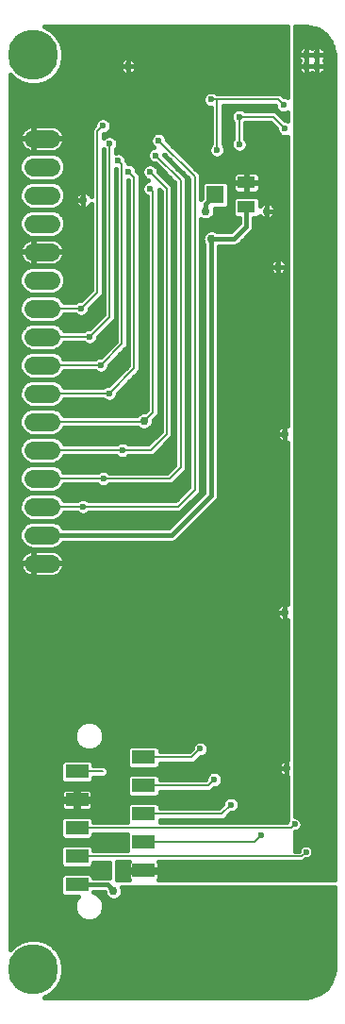
<source format=gbl>
G75*
%MOIN*%
%OFA0B0*%
%FSLAX25Y25*%
%IPPOS*%
%LPD*%
%AMOC8*
5,1,8,0,0,1.08239X$1,22.5*
%
%ADD10C,0.06299*%
%ADD11C,0.17717*%
%ADD12R,0.07900X0.04700*%
%ADD13R,0.06299X0.06299*%
%ADD14R,0.06299X0.04331*%
%ADD15C,0.01600*%
%ADD16C,0.02953*%
%ADD17C,0.00700*%
%ADD18C,0.02362*%
D10*
X0035265Y0180540D02*
X0041564Y0180540D01*
X0041564Y0190540D02*
X0035265Y0190540D01*
X0035265Y0200540D02*
X0041564Y0200540D01*
X0041564Y0210540D02*
X0035265Y0210540D01*
X0035265Y0220540D02*
X0041564Y0220540D01*
X0041564Y0230540D02*
X0035265Y0230540D01*
X0035265Y0240540D02*
X0041564Y0240540D01*
X0041564Y0250540D02*
X0035265Y0250540D01*
X0035265Y0260540D02*
X0041564Y0260540D01*
X0041564Y0270540D02*
X0035265Y0270540D01*
X0035265Y0280540D02*
X0041564Y0280540D01*
X0041564Y0290540D02*
X0035265Y0290540D01*
X0035265Y0300540D02*
X0041564Y0300540D01*
X0041564Y0310540D02*
X0035265Y0310540D01*
X0035265Y0320540D02*
X0041564Y0320540D01*
X0041564Y0330540D02*
X0035265Y0330540D01*
D11*
X0035265Y0360068D03*
X0035265Y0037233D03*
D12*
X0050678Y0066997D03*
X0050678Y0076997D03*
X0050678Y0086997D03*
X0050678Y0096997D03*
X0050678Y0106997D03*
X0074278Y0111997D03*
X0074278Y0101997D03*
X0074278Y0091997D03*
X0074278Y0081997D03*
X0074278Y0071997D03*
D13*
X0099635Y0310658D03*
D14*
X0110658Y0306328D03*
X0110658Y0314989D03*
D15*
X0027222Y0353037D02*
X0027222Y0044264D01*
X0028720Y0045762D01*
X0031151Y0047165D01*
X0033861Y0047891D01*
X0036668Y0047891D01*
X0039378Y0047165D01*
X0041809Y0045762D01*
X0043793Y0043777D01*
X0045196Y0041347D01*
X0045923Y0038636D01*
X0045923Y0035830D01*
X0045196Y0033119D01*
X0043793Y0030689D01*
X0041809Y0028704D01*
X0039378Y0027301D01*
X0039083Y0027222D01*
X0131721Y0027222D01*
X0133287Y0027345D01*
X0136266Y0028313D01*
X0138800Y0030154D01*
X0140641Y0032688D01*
X0141609Y0035667D01*
X0141732Y0037233D01*
X0141732Y0066129D01*
X0066604Y0066129D01*
X0066887Y0065444D01*
X0066887Y0064140D01*
X0066389Y0062936D01*
X0065467Y0062015D01*
X0064263Y0061516D01*
X0062959Y0061516D01*
X0061755Y0062015D01*
X0060833Y0062936D01*
X0060335Y0064140D01*
X0060335Y0064392D01*
X0060329Y0064397D01*
X0056626Y0064397D01*
X0057952Y0063848D01*
X0059429Y0062371D01*
X0060228Y0060441D01*
X0060228Y0058353D01*
X0059429Y0056423D01*
X0057952Y0054946D01*
X0056022Y0054147D01*
X0053934Y0054147D01*
X0052004Y0054946D01*
X0050527Y0056423D01*
X0049728Y0058353D01*
X0049728Y0060441D01*
X0050527Y0062371D01*
X0051003Y0062847D01*
X0045982Y0062847D01*
X0044928Y0063901D01*
X0044928Y0070092D01*
X0045982Y0071147D01*
X0055374Y0071147D01*
X0056428Y0070092D01*
X0056428Y0069597D01*
X0061923Y0069597D01*
X0062192Y0069486D01*
X0062192Y0074847D01*
X0056428Y0074847D01*
X0056428Y0073901D01*
X0055374Y0072847D01*
X0045982Y0072847D01*
X0044928Y0073901D01*
X0044928Y0080092D01*
X0045982Y0081147D01*
X0055374Y0081147D01*
X0056428Y0080092D01*
X0056428Y0079147D01*
X0064139Y0079147D01*
X0064275Y0079203D01*
X0068528Y0079203D01*
X0068528Y0084847D01*
X0056428Y0084847D01*
X0056428Y0083901D01*
X0055374Y0082847D01*
X0045982Y0082847D01*
X0044928Y0083901D01*
X0044928Y0090092D01*
X0045982Y0091147D01*
X0055374Y0091147D01*
X0056428Y0090092D01*
X0056428Y0089147D01*
X0068528Y0089147D01*
X0068528Y0095092D01*
X0069582Y0096147D01*
X0078974Y0096147D01*
X0080028Y0095092D01*
X0080028Y0094147D01*
X0100949Y0094147D01*
X0102165Y0095363D01*
X0102165Y0095897D01*
X0102619Y0096993D01*
X0103458Y0097831D01*
X0104553Y0098285D01*
X0105739Y0098285D01*
X0106835Y0097831D01*
X0107674Y0096993D01*
X0108128Y0095897D01*
X0108128Y0094711D01*
X0107674Y0093615D01*
X0106835Y0092777D01*
X0105739Y0092323D01*
X0105206Y0092323D01*
X0102730Y0089847D01*
X0080028Y0089847D01*
X0080028Y0089147D01*
X0124861Y0089147D01*
X0125184Y0089927D01*
X0125184Y0105046D01*
X0125133Y0105035D01*
X0124832Y0105035D01*
X0124832Y0108099D01*
X0124831Y0108099D01*
X0121768Y0108099D01*
X0121768Y0107797D01*
X0121885Y0107206D01*
X0122116Y0106648D01*
X0122452Y0106146D01*
X0122878Y0105719D01*
X0123380Y0105384D01*
X0123938Y0105153D01*
X0124530Y0105035D01*
X0124831Y0105035D01*
X0124831Y0108099D01*
X0124831Y0108099D01*
X0121768Y0108099D01*
X0121768Y0108401D01*
X0121885Y0108993D01*
X0122116Y0109550D01*
X0122452Y0110052D01*
X0122878Y0110479D01*
X0123380Y0110814D01*
X0123938Y0111045D01*
X0124530Y0111163D01*
X0124831Y0111163D01*
X0124831Y0108099D01*
X0124832Y0108099D01*
X0124832Y0111163D01*
X0125133Y0111163D01*
X0125184Y0111153D01*
X0125184Y0160373D01*
X0124938Y0160271D01*
X0124346Y0160154D01*
X0124044Y0160154D01*
X0124044Y0163217D01*
X0124044Y0163217D01*
X0124044Y0160154D01*
X0123742Y0160154D01*
X0123150Y0160271D01*
X0122593Y0160502D01*
X0122091Y0160838D01*
X0121664Y0161264D01*
X0121329Y0161766D01*
X0121098Y0162324D01*
X0120980Y0162916D01*
X0120980Y0163217D01*
X0124044Y0163217D01*
X0124044Y0163217D01*
X0120980Y0163217D01*
X0120980Y0163519D01*
X0121098Y0164111D01*
X0121329Y0164669D01*
X0121664Y0165170D01*
X0122091Y0165597D01*
X0122593Y0165932D01*
X0123150Y0166163D01*
X0123742Y0166281D01*
X0124044Y0166281D01*
X0124044Y0163217D01*
X0124044Y0163217D01*
X0124044Y0166281D01*
X0124346Y0166281D01*
X0124938Y0166163D01*
X0125184Y0166061D01*
X0125184Y0223284D01*
X0125135Y0223263D01*
X0124543Y0223146D01*
X0124241Y0223146D01*
X0124241Y0226209D01*
X0124241Y0226209D01*
X0124241Y0223146D01*
X0123939Y0223146D01*
X0123347Y0223263D01*
X0122790Y0223494D01*
X0122288Y0223830D01*
X0121861Y0224256D01*
X0121526Y0224758D01*
X0121295Y0225316D01*
X0121177Y0225908D01*
X0121177Y0226209D01*
X0124241Y0226209D01*
X0124241Y0226209D01*
X0121177Y0226209D01*
X0121177Y0226511D01*
X0121295Y0227103D01*
X0121526Y0227661D01*
X0121861Y0228162D01*
X0122288Y0228589D01*
X0122790Y0228925D01*
X0123347Y0229155D01*
X0123939Y0229273D01*
X0124241Y0229273D01*
X0124241Y0226210D01*
X0124241Y0226210D01*
X0124241Y0229273D01*
X0124543Y0229273D01*
X0125135Y0229155D01*
X0125184Y0229135D01*
X0125184Y0331275D01*
X0124814Y0331122D01*
X0123628Y0331122D01*
X0122533Y0331576D01*
X0121694Y0332414D01*
X0121240Y0333510D01*
X0121240Y0334044D01*
X0119177Y0336107D01*
X0110249Y0336107D01*
X0110249Y0330638D01*
X0110626Y0330260D01*
X0111080Y0329165D01*
X0111080Y0327979D01*
X0110626Y0326883D01*
X0109788Y0326044D01*
X0108692Y0325591D01*
X0107506Y0325591D01*
X0106411Y0326044D01*
X0105572Y0326883D01*
X0105118Y0327979D01*
X0105118Y0329165D01*
X0105572Y0330260D01*
X0105949Y0330638D01*
X0105949Y0336191D01*
X0105572Y0336568D01*
X0105118Y0337664D01*
X0105118Y0338850D01*
X0105572Y0339945D01*
X0106411Y0340784D01*
X0107506Y0341238D01*
X0108692Y0341238D01*
X0109788Y0340784D01*
X0110165Y0340407D01*
X0120958Y0340407D01*
X0122218Y0339147D01*
X0122218Y0339147D01*
X0124281Y0337084D01*
X0124814Y0337084D01*
X0125184Y0336931D01*
X0125184Y0339678D01*
X0124440Y0339370D01*
X0123254Y0339370D01*
X0122159Y0339824D01*
X0121320Y0340663D01*
X0120866Y0341758D01*
X0120866Y0342170D01*
X0102375Y0342170D01*
X0102375Y0328669D01*
X0102752Y0328292D01*
X0103206Y0327196D01*
X0103206Y0326010D01*
X0102752Y0324914D01*
X0101914Y0324076D01*
X0100818Y0323622D01*
X0099632Y0323622D01*
X0098537Y0324076D01*
X0097698Y0324914D01*
X0097244Y0326010D01*
X0097244Y0327196D01*
X0097698Y0328292D01*
X0098075Y0328669D01*
X0098075Y0341339D01*
X0097664Y0341339D01*
X0096568Y0341792D01*
X0095729Y0342631D01*
X0095276Y0343727D01*
X0095276Y0344913D01*
X0095729Y0346008D01*
X0096568Y0346847D01*
X0097664Y0347301D01*
X0098850Y0347301D01*
X0099945Y0346847D01*
X0100323Y0346470D01*
X0122769Y0346470D01*
X0123907Y0345332D01*
X0124440Y0345332D01*
X0125184Y0345024D01*
X0125184Y0370079D01*
X0039083Y0370079D01*
X0039378Y0370000D01*
X0041809Y0368596D01*
X0043793Y0366612D01*
X0045196Y0364182D01*
X0045923Y0361471D01*
X0045923Y0358665D01*
X0045196Y0355954D01*
X0043793Y0353523D01*
X0041809Y0351539D01*
X0039378Y0350136D01*
X0036668Y0349409D01*
X0033861Y0349409D01*
X0031151Y0350136D01*
X0028720Y0351539D01*
X0027222Y0353037D01*
X0027222Y0351888D02*
X0028371Y0351888D01*
X0027222Y0350290D02*
X0030884Y0350290D01*
X0027222Y0348691D02*
X0125184Y0348691D01*
X0125184Y0347093D02*
X0099352Y0347093D01*
X0097162Y0347093D02*
X0027222Y0347093D01*
X0027222Y0345494D02*
X0095517Y0345494D01*
X0095276Y0343896D02*
X0027222Y0343896D01*
X0027222Y0342297D02*
X0096063Y0342297D01*
X0098075Y0340699D02*
X0027222Y0340699D01*
X0027222Y0339100D02*
X0098075Y0339100D01*
X0098075Y0337502D02*
X0061653Y0337502D01*
X0061560Y0337595D02*
X0060464Y0338049D01*
X0059278Y0338049D01*
X0058182Y0337595D01*
X0057344Y0336756D01*
X0056890Y0335661D01*
X0056890Y0335127D01*
X0055752Y0333990D01*
X0055752Y0310202D01*
X0055696Y0310338D01*
X0055361Y0310840D01*
X0054934Y0311266D01*
X0054432Y0311602D01*
X0053875Y0311833D01*
X0053283Y0311950D01*
X0052981Y0311950D01*
X0052679Y0311950D01*
X0052087Y0311833D01*
X0051530Y0311602D01*
X0051028Y0311266D01*
X0050601Y0310840D01*
X0050266Y0310338D01*
X0050035Y0309780D01*
X0049917Y0309188D01*
X0049917Y0308887D01*
X0052981Y0308887D01*
X0052981Y0311950D01*
X0052981Y0308887D01*
X0052981Y0308887D01*
X0052981Y0308887D01*
X0049917Y0308887D01*
X0049917Y0308585D01*
X0050035Y0307993D01*
X0050266Y0307435D01*
X0050601Y0306934D01*
X0051028Y0306507D01*
X0051530Y0306172D01*
X0052087Y0305941D01*
X0052679Y0305823D01*
X0052981Y0305823D01*
X0052981Y0308886D01*
X0052981Y0308886D01*
X0052981Y0305823D01*
X0053283Y0305823D01*
X0053875Y0305941D01*
X0054432Y0306172D01*
X0054934Y0306507D01*
X0055361Y0306934D01*
X0055696Y0307435D01*
X0055752Y0307571D01*
X0055752Y0277139D01*
X0052134Y0273521D01*
X0051601Y0273521D01*
X0050505Y0273067D01*
X0050128Y0272690D01*
X0046031Y0272690D01*
X0045760Y0273344D01*
X0044367Y0274736D01*
X0042548Y0275490D01*
X0034280Y0275490D01*
X0032461Y0274736D01*
X0031068Y0273344D01*
X0030315Y0271525D01*
X0030315Y0269556D01*
X0031068Y0267736D01*
X0032461Y0266344D01*
X0034280Y0265591D01*
X0042548Y0265591D01*
X0044367Y0266344D01*
X0045760Y0267736D01*
X0046031Y0268390D01*
X0050128Y0268390D01*
X0050505Y0268013D01*
X0051601Y0267559D01*
X0052787Y0267559D01*
X0053882Y0268013D01*
X0054721Y0268851D01*
X0055175Y0269947D01*
X0055175Y0270481D01*
X0058793Y0274099D01*
X0060052Y0275358D01*
X0060052Y0326733D01*
X0060083Y0326703D01*
X0060083Y0268517D01*
X0055087Y0263521D01*
X0054553Y0263521D01*
X0053458Y0263067D01*
X0053081Y0262690D01*
X0046031Y0262690D01*
X0045760Y0263344D01*
X0044367Y0264736D01*
X0042548Y0265490D01*
X0034280Y0265490D01*
X0032461Y0264736D01*
X0031068Y0263344D01*
X0030315Y0261525D01*
X0030315Y0259556D01*
X0031068Y0257736D01*
X0032461Y0256344D01*
X0034280Y0255591D01*
X0042548Y0255591D01*
X0044367Y0256344D01*
X0045760Y0257736D01*
X0046031Y0258390D01*
X0053081Y0258390D01*
X0053458Y0258013D01*
X0054553Y0257559D01*
X0055739Y0257559D01*
X0056835Y0258013D01*
X0057674Y0258851D01*
X0058128Y0259947D01*
X0058128Y0260481D01*
X0064383Y0266736D01*
X0064383Y0319772D01*
X0064394Y0319767D01*
X0064394Y0258891D01*
X0059024Y0253521D01*
X0058490Y0253521D01*
X0057395Y0253067D01*
X0057018Y0252690D01*
X0046031Y0252690D01*
X0045760Y0253344D01*
X0044367Y0254736D01*
X0042548Y0255490D01*
X0034280Y0255490D01*
X0032461Y0254736D01*
X0031068Y0253344D01*
X0030315Y0251525D01*
X0030315Y0249556D01*
X0031068Y0247736D01*
X0032461Y0246344D01*
X0034280Y0245591D01*
X0042548Y0245591D01*
X0044367Y0246344D01*
X0045760Y0247736D01*
X0046031Y0248390D01*
X0057018Y0248390D01*
X0057395Y0248013D01*
X0058490Y0247559D01*
X0059676Y0247559D01*
X0060772Y0248013D01*
X0061611Y0248851D01*
X0062065Y0249947D01*
X0062065Y0250481D01*
X0068694Y0257110D01*
X0068694Y0315945D01*
X0068804Y0315945D01*
X0068804Y0250348D01*
X0061977Y0243521D01*
X0061443Y0243521D01*
X0060348Y0243067D01*
X0059970Y0242690D01*
X0046031Y0242690D01*
X0045760Y0243344D01*
X0044367Y0244736D01*
X0042548Y0245490D01*
X0034280Y0245490D01*
X0032461Y0244736D01*
X0031068Y0243344D01*
X0030315Y0241525D01*
X0030315Y0239556D01*
X0031068Y0237736D01*
X0032461Y0236344D01*
X0034280Y0235591D01*
X0042548Y0235591D01*
X0044367Y0236344D01*
X0045760Y0237736D01*
X0046031Y0238390D01*
X0059970Y0238390D01*
X0060348Y0238013D01*
X0061443Y0237559D01*
X0062629Y0237559D01*
X0063725Y0238013D01*
X0064563Y0238851D01*
X0065017Y0239947D01*
X0065017Y0240481D01*
X0073104Y0248567D01*
X0073104Y0317789D01*
X0071907Y0318985D01*
X0071907Y0319519D01*
X0071453Y0320615D01*
X0070615Y0321453D01*
X0069519Y0321907D01*
X0068694Y0321907D01*
X0068694Y0322198D01*
X0068167Y0322726D01*
X0068167Y0323259D01*
X0067713Y0324355D01*
X0066874Y0325193D01*
X0065779Y0325647D01*
X0064593Y0325647D01*
X0064383Y0325560D01*
X0064383Y0326703D01*
X0064760Y0327080D01*
X0065214Y0328176D01*
X0065214Y0329361D01*
X0064760Y0330457D01*
X0063922Y0331296D01*
X0062826Y0331750D01*
X0061640Y0331750D01*
X0060544Y0331296D01*
X0060052Y0330804D01*
X0060052Y0332087D01*
X0060464Y0332087D01*
X0061560Y0332540D01*
X0062398Y0333379D01*
X0062852Y0334475D01*
X0062852Y0335661D01*
X0062398Y0336756D01*
X0061560Y0337595D01*
X0062752Y0335903D02*
X0098075Y0335903D01*
X0098075Y0334305D02*
X0062782Y0334305D01*
X0061725Y0332706D02*
X0078421Y0332706D01*
X0078963Y0332931D02*
X0077867Y0332477D01*
X0077029Y0331638D01*
X0076575Y0330543D01*
X0076575Y0329357D01*
X0077029Y0328261D01*
X0077763Y0327526D01*
X0076883Y0327162D01*
X0076044Y0326323D01*
X0075591Y0325228D01*
X0075591Y0324042D01*
X0076044Y0322946D01*
X0076883Y0322107D01*
X0077979Y0321654D01*
X0078512Y0321654D01*
X0085280Y0314886D01*
X0085280Y0215289D01*
X0082602Y0212611D01*
X0062134Y0212611D01*
X0061756Y0212989D01*
X0060661Y0213443D01*
X0059475Y0213443D01*
X0058379Y0212989D01*
X0058081Y0212690D01*
X0046031Y0212690D01*
X0045760Y0213344D01*
X0044367Y0214736D01*
X0042548Y0215490D01*
X0034280Y0215490D01*
X0032461Y0214736D01*
X0031068Y0213344D01*
X0030315Y0211525D01*
X0030315Y0209556D01*
X0031068Y0207736D01*
X0032461Y0206344D01*
X0034280Y0205591D01*
X0042548Y0205591D01*
X0044367Y0206344D01*
X0045760Y0207736D01*
X0046031Y0208390D01*
X0057923Y0208390D01*
X0058379Y0207934D01*
X0059475Y0207480D01*
X0060661Y0207480D01*
X0061756Y0207934D01*
X0062134Y0208311D01*
X0084383Y0208311D01*
X0085643Y0209571D01*
X0089580Y0213508D01*
X0089580Y0316667D01*
X0081553Y0324694D01*
X0081553Y0324912D01*
X0090201Y0316264D01*
X0090201Y0207415D01*
X0085476Y0202690D01*
X0054968Y0202690D01*
X0054591Y0203067D01*
X0053495Y0203521D01*
X0052309Y0203521D01*
X0051214Y0203067D01*
X0050836Y0202690D01*
X0046031Y0202690D01*
X0045760Y0203344D01*
X0044367Y0204736D01*
X0042548Y0205490D01*
X0034280Y0205490D01*
X0032461Y0204736D01*
X0031068Y0203344D01*
X0030315Y0201525D01*
X0030315Y0199556D01*
X0031068Y0197736D01*
X0032461Y0196344D01*
X0034280Y0195591D01*
X0042548Y0195591D01*
X0044367Y0196344D01*
X0045760Y0197736D01*
X0046031Y0198390D01*
X0050836Y0198390D01*
X0051214Y0198013D01*
X0052309Y0197559D01*
X0053495Y0197559D01*
X0054591Y0198013D01*
X0054968Y0198390D01*
X0087257Y0198390D01*
X0094501Y0205634D01*
X0094501Y0302143D01*
X0095636Y0301673D01*
X0096940Y0301673D01*
X0098144Y0302172D01*
X0099066Y0303094D01*
X0099565Y0304298D01*
X0099565Y0305601D01*
X0099520Y0305709D01*
X0103530Y0305709D01*
X0104584Y0306763D01*
X0104584Y0314553D01*
X0103530Y0315608D01*
X0095739Y0315608D01*
X0094685Y0314553D01*
X0094685Y0309386D01*
X0094501Y0309202D01*
X0094501Y0318045D01*
X0082537Y0330009D01*
X0082537Y0330543D01*
X0082083Y0331638D01*
X0081245Y0332477D01*
X0080149Y0332931D01*
X0078963Y0332931D01*
X0080691Y0332706D02*
X0098075Y0332706D01*
X0098075Y0331108D02*
X0082303Y0331108D01*
X0083037Y0329509D02*
X0098075Y0329509D01*
X0097540Y0327911D02*
X0084635Y0327911D01*
X0086234Y0326312D02*
X0097244Y0326312D01*
X0097899Y0324714D02*
X0087832Y0324714D01*
X0089431Y0323115D02*
X0125184Y0323115D01*
X0125184Y0321517D02*
X0091029Y0321517D01*
X0092628Y0319918D02*
X0125184Y0319918D01*
X0125184Y0318320D02*
X0114887Y0318320D01*
X0114783Y0318425D02*
X0114421Y0318634D01*
X0114017Y0318742D01*
X0110941Y0318742D01*
X0110941Y0315272D01*
X0110376Y0315272D01*
X0110376Y0318742D01*
X0107300Y0318742D01*
X0106896Y0318634D01*
X0106534Y0318425D01*
X0106238Y0318129D01*
X0106029Y0317767D01*
X0105921Y0317363D01*
X0105921Y0315272D01*
X0110376Y0315272D01*
X0110376Y0314706D01*
X0110941Y0314706D01*
X0110941Y0311236D01*
X0114017Y0311236D01*
X0114421Y0311344D01*
X0114783Y0311553D01*
X0115078Y0311849D01*
X0115287Y0312211D01*
X0115395Y0312615D01*
X0115395Y0314706D01*
X0110941Y0314706D01*
X0110941Y0315272D01*
X0115395Y0315272D01*
X0115395Y0317363D01*
X0115287Y0317767D01*
X0115078Y0318129D01*
X0114783Y0318425D01*
X0115395Y0316721D02*
X0125184Y0316721D01*
X0125184Y0315123D02*
X0110941Y0315123D01*
X0110376Y0315123D02*
X0104015Y0315123D01*
X0104584Y0313524D02*
X0105921Y0313524D01*
X0105921Y0312615D02*
X0105921Y0314706D01*
X0110376Y0314706D01*
X0110376Y0311236D01*
X0107300Y0311236D01*
X0106896Y0311344D01*
X0106534Y0311553D01*
X0106238Y0311849D01*
X0106029Y0312211D01*
X0105921Y0312615D01*
X0106194Y0311926D02*
X0104584Y0311926D01*
X0104584Y0310327D02*
X0125184Y0310327D01*
X0125184Y0308729D02*
X0115608Y0308729D01*
X0115608Y0309238D02*
X0115608Y0306949D01*
X0115989Y0307329D01*
X0116490Y0307665D01*
X0117048Y0307896D01*
X0117640Y0308013D01*
X0117942Y0308013D01*
X0118243Y0308013D01*
X0118835Y0307896D01*
X0119393Y0307665D01*
X0119895Y0307329D01*
X0120322Y0306903D01*
X0120657Y0306401D01*
X0120888Y0305843D01*
X0121005Y0305251D01*
X0121005Y0304950D01*
X0117942Y0304950D01*
X0117942Y0304950D01*
X0117942Y0308013D01*
X0117942Y0304950D01*
X0117942Y0304950D01*
X0121005Y0304950D01*
X0121005Y0304648D01*
X0120888Y0304056D01*
X0120657Y0303498D01*
X0120322Y0302997D01*
X0119895Y0302570D01*
X0119393Y0302235D01*
X0118835Y0302004D01*
X0118243Y0301886D01*
X0117942Y0301886D01*
X0117942Y0304949D01*
X0117942Y0304949D01*
X0117942Y0301886D01*
X0117640Y0301886D01*
X0117048Y0302004D01*
X0116490Y0302235D01*
X0115989Y0302570D01*
X0115562Y0302997D01*
X0115412Y0303221D01*
X0114553Y0302362D01*
X0113258Y0302362D01*
X0113258Y0299117D01*
X0112862Y0298162D01*
X0108335Y0293634D01*
X0107603Y0292903D01*
X0106648Y0292507D01*
X0100857Y0292507D01*
X0100857Y0204039D01*
X0100461Y0203083D01*
X0099729Y0202352D01*
X0085714Y0188336D01*
X0084758Y0187940D01*
X0045844Y0187940D01*
X0045760Y0187736D01*
X0044367Y0186344D01*
X0042548Y0185591D01*
X0034280Y0185591D01*
X0032461Y0186344D01*
X0031068Y0187736D01*
X0030315Y0189556D01*
X0030315Y0191525D01*
X0031068Y0193344D01*
X0032461Y0194736D01*
X0034280Y0195490D01*
X0042548Y0195490D01*
X0044367Y0194736D01*
X0045760Y0193344D01*
X0045844Y0193140D01*
X0083164Y0193140D01*
X0095657Y0205633D01*
X0095657Y0293074D01*
X0095479Y0293251D01*
X0094980Y0294455D01*
X0094980Y0295759D01*
X0095479Y0296963D01*
X0096401Y0297885D01*
X0097605Y0298383D01*
X0098908Y0298383D01*
X0100113Y0297885D01*
X0100290Y0297707D01*
X0105054Y0297707D01*
X0108058Y0300712D01*
X0108058Y0302362D01*
X0106763Y0302362D01*
X0105709Y0303417D01*
X0105709Y0309238D01*
X0106763Y0310293D01*
X0114553Y0310293D01*
X0115608Y0309238D01*
X0115608Y0307130D02*
X0115789Y0307130D01*
X0117942Y0307130D02*
X0117942Y0307130D01*
X0117942Y0305532D02*
X0117942Y0305532D01*
X0117942Y0303933D02*
X0117942Y0303933D01*
X0117942Y0302334D02*
X0117942Y0302334D01*
X0119543Y0302334D02*
X0125184Y0302334D01*
X0125184Y0300736D02*
X0113258Y0300736D01*
X0113258Y0302334D02*
X0116341Y0302334D01*
X0113258Y0299137D02*
X0125184Y0299137D01*
X0125184Y0297539D02*
X0112240Y0297539D01*
X0110641Y0295940D02*
X0125184Y0295940D01*
X0125184Y0294342D02*
X0109043Y0294342D01*
X0107218Y0292743D02*
X0125184Y0292743D01*
X0125184Y0291145D02*
X0100857Y0291145D01*
X0100857Y0289546D02*
X0125184Y0289546D01*
X0125184Y0287948D02*
X0123377Y0287948D01*
X0123330Y0287980D02*
X0123832Y0287644D01*
X0124259Y0287218D01*
X0124594Y0286716D01*
X0124825Y0286158D01*
X0124943Y0285566D01*
X0124943Y0285265D01*
X0121879Y0285265D01*
X0121879Y0285265D01*
X0121879Y0288328D01*
X0122180Y0288328D01*
X0122772Y0288211D01*
X0123330Y0287980D01*
X0121879Y0287948D02*
X0121879Y0287948D01*
X0121879Y0288328D02*
X0121577Y0288328D01*
X0120985Y0288211D01*
X0120427Y0287980D01*
X0119926Y0287644D01*
X0119499Y0287218D01*
X0119164Y0286716D01*
X0118933Y0286158D01*
X0118815Y0285566D01*
X0118815Y0285265D01*
X0121879Y0285265D01*
X0121879Y0285264D01*
X0121879Y0282201D01*
X0122180Y0282201D01*
X0122772Y0282319D01*
X0123330Y0282549D01*
X0123832Y0282885D01*
X0124259Y0283312D01*
X0124594Y0283813D01*
X0124825Y0284371D01*
X0124943Y0284963D01*
X0124943Y0285264D01*
X0121879Y0285264D01*
X0121879Y0285264D01*
X0121879Y0282201D01*
X0121577Y0282201D01*
X0120985Y0282319D01*
X0120427Y0282549D01*
X0119926Y0282885D01*
X0119499Y0283312D01*
X0119164Y0283813D01*
X0118933Y0284371D01*
X0118815Y0284963D01*
X0118815Y0285264D01*
X0121879Y0285264D01*
X0121879Y0285265D01*
X0121879Y0288328D01*
X0120380Y0287948D02*
X0100857Y0287948D01*
X0100857Y0286349D02*
X0119012Y0286349D01*
X0118857Y0284751D02*
X0100857Y0284751D01*
X0100857Y0283152D02*
X0119658Y0283152D01*
X0121879Y0283152D02*
X0121879Y0283152D01*
X0121879Y0284751D02*
X0121879Y0284751D01*
X0121879Y0286349D02*
X0121879Y0286349D01*
X0124746Y0286349D02*
X0125184Y0286349D01*
X0125184Y0284751D02*
X0124900Y0284751D01*
X0125184Y0283152D02*
X0124099Y0283152D01*
X0125184Y0281554D02*
X0100857Y0281554D01*
X0100857Y0279955D02*
X0125184Y0279955D01*
X0125184Y0278357D02*
X0100857Y0278357D01*
X0100857Y0276758D02*
X0125184Y0276758D01*
X0125184Y0275160D02*
X0100857Y0275160D01*
X0100857Y0273561D02*
X0125184Y0273561D01*
X0125184Y0271963D02*
X0100857Y0271963D01*
X0100857Y0270364D02*
X0125184Y0270364D01*
X0125184Y0268766D02*
X0100857Y0268766D01*
X0100857Y0267167D02*
X0125184Y0267167D01*
X0125184Y0265569D02*
X0100857Y0265569D01*
X0100857Y0263970D02*
X0125184Y0263970D01*
X0125184Y0262372D02*
X0100857Y0262372D01*
X0100857Y0260773D02*
X0125184Y0260773D01*
X0125184Y0259175D02*
X0100857Y0259175D01*
X0100857Y0257576D02*
X0125184Y0257576D01*
X0125184Y0255978D02*
X0100857Y0255978D01*
X0100857Y0254379D02*
X0125184Y0254379D01*
X0125184Y0252781D02*
X0100857Y0252781D01*
X0100857Y0251182D02*
X0125184Y0251182D01*
X0125184Y0249584D02*
X0100857Y0249584D01*
X0100857Y0247985D02*
X0125184Y0247985D01*
X0125184Y0246387D02*
X0100857Y0246387D01*
X0100857Y0244788D02*
X0125184Y0244788D01*
X0125184Y0243190D02*
X0100857Y0243190D01*
X0100857Y0241591D02*
X0125184Y0241591D01*
X0125184Y0239993D02*
X0100857Y0239993D01*
X0100857Y0238394D02*
X0125184Y0238394D01*
X0125184Y0236796D02*
X0100857Y0236796D01*
X0100857Y0235197D02*
X0125184Y0235197D01*
X0125184Y0233599D02*
X0100857Y0233599D01*
X0100857Y0232000D02*
X0125184Y0232000D01*
X0125184Y0230401D02*
X0100857Y0230401D01*
X0100857Y0228803D02*
X0122608Y0228803D01*
X0124241Y0228803D02*
X0124241Y0228803D01*
X0124241Y0227204D02*
X0124241Y0227204D01*
X0124241Y0225606D02*
X0124241Y0225606D01*
X0124241Y0224007D02*
X0124241Y0224007D01*
X0125184Y0222409D02*
X0100857Y0222409D01*
X0100857Y0224007D02*
X0122110Y0224007D01*
X0121237Y0225606D02*
X0100857Y0225606D01*
X0100857Y0227204D02*
X0121337Y0227204D01*
X0125184Y0220810D02*
X0100857Y0220810D01*
X0100857Y0219212D02*
X0125184Y0219212D01*
X0125184Y0217613D02*
X0100857Y0217613D01*
X0100857Y0216015D02*
X0125184Y0216015D01*
X0125184Y0214416D02*
X0100857Y0214416D01*
X0100857Y0212818D02*
X0125184Y0212818D01*
X0125184Y0211219D02*
X0100857Y0211219D01*
X0100857Y0209621D02*
X0125184Y0209621D01*
X0125184Y0208022D02*
X0100857Y0208022D01*
X0100857Y0206424D02*
X0125184Y0206424D01*
X0125184Y0204825D02*
X0100857Y0204825D01*
X0100520Y0203227D02*
X0125184Y0203227D01*
X0125184Y0201628D02*
X0099006Y0201628D01*
X0097408Y0200030D02*
X0125184Y0200030D01*
X0125184Y0198431D02*
X0095809Y0198431D01*
X0094210Y0196833D02*
X0125184Y0196833D01*
X0125184Y0195234D02*
X0092612Y0195234D01*
X0091013Y0193636D02*
X0125184Y0193636D01*
X0125184Y0192037D02*
X0089415Y0192037D01*
X0087816Y0190439D02*
X0125184Y0190439D01*
X0125184Y0188840D02*
X0086218Y0188840D01*
X0085258Y0195234D02*
X0043165Y0195234D01*
X0044856Y0196833D02*
X0086857Y0196833D01*
X0087299Y0198431D02*
X0088455Y0198431D01*
X0088897Y0200030D02*
X0090054Y0200030D01*
X0090496Y0201628D02*
X0091652Y0201628D01*
X0092094Y0203227D02*
X0093251Y0203227D01*
X0093693Y0204825D02*
X0094849Y0204825D01*
X0094501Y0206424D02*
X0095657Y0206424D01*
X0095657Y0208022D02*
X0094501Y0208022D01*
X0094501Y0209621D02*
X0095657Y0209621D01*
X0095657Y0211219D02*
X0094501Y0211219D01*
X0094501Y0212818D02*
X0095657Y0212818D01*
X0095657Y0214416D02*
X0094501Y0214416D01*
X0094501Y0216015D02*
X0095657Y0216015D01*
X0095657Y0217613D02*
X0094501Y0217613D01*
X0094501Y0219212D02*
X0095657Y0219212D01*
X0095657Y0220810D02*
X0094501Y0220810D01*
X0094501Y0222409D02*
X0095657Y0222409D01*
X0095657Y0224007D02*
X0094501Y0224007D01*
X0094501Y0225606D02*
X0095657Y0225606D01*
X0095657Y0227204D02*
X0094501Y0227204D01*
X0094501Y0228803D02*
X0095657Y0228803D01*
X0095657Y0230401D02*
X0094501Y0230401D01*
X0094501Y0232000D02*
X0095657Y0232000D01*
X0095657Y0233599D02*
X0094501Y0233599D01*
X0094501Y0235197D02*
X0095657Y0235197D01*
X0095657Y0236796D02*
X0094501Y0236796D01*
X0094501Y0238394D02*
X0095657Y0238394D01*
X0095657Y0239993D02*
X0094501Y0239993D01*
X0094501Y0241591D02*
X0095657Y0241591D01*
X0095657Y0243190D02*
X0094501Y0243190D01*
X0094501Y0244788D02*
X0095657Y0244788D01*
X0095657Y0246387D02*
X0094501Y0246387D01*
X0094501Y0247985D02*
X0095657Y0247985D01*
X0095657Y0249584D02*
X0094501Y0249584D01*
X0094501Y0251182D02*
X0095657Y0251182D01*
X0095657Y0252781D02*
X0094501Y0252781D01*
X0094501Y0254379D02*
X0095657Y0254379D01*
X0095657Y0255978D02*
X0094501Y0255978D01*
X0094501Y0257576D02*
X0095657Y0257576D01*
X0095657Y0259175D02*
X0094501Y0259175D01*
X0094501Y0260773D02*
X0095657Y0260773D01*
X0095657Y0262372D02*
X0094501Y0262372D01*
X0094501Y0263970D02*
X0095657Y0263970D01*
X0095657Y0265569D02*
X0094501Y0265569D01*
X0094501Y0267167D02*
X0095657Y0267167D01*
X0095657Y0268766D02*
X0094501Y0268766D01*
X0094501Y0270364D02*
X0095657Y0270364D01*
X0095657Y0271963D02*
X0094501Y0271963D01*
X0094501Y0273561D02*
X0095657Y0273561D01*
X0095657Y0275160D02*
X0094501Y0275160D01*
X0094501Y0276758D02*
X0095657Y0276758D01*
X0095657Y0278357D02*
X0094501Y0278357D01*
X0094501Y0279955D02*
X0095657Y0279955D01*
X0095657Y0281554D02*
X0094501Y0281554D01*
X0094501Y0283152D02*
X0095657Y0283152D01*
X0095657Y0284751D02*
X0094501Y0284751D01*
X0094501Y0286349D02*
X0095657Y0286349D01*
X0095657Y0287948D02*
X0094501Y0287948D01*
X0094501Y0289546D02*
X0095657Y0289546D01*
X0095657Y0291145D02*
X0094501Y0291145D01*
X0094501Y0292743D02*
X0095657Y0292743D01*
X0095027Y0294342D02*
X0094501Y0294342D01*
X0094501Y0295940D02*
X0095056Y0295940D01*
X0094501Y0297539D02*
X0096055Y0297539D01*
X0094501Y0299137D02*
X0106484Y0299137D01*
X0108058Y0300736D02*
X0094501Y0300736D01*
X0090201Y0300736D02*
X0089580Y0300736D01*
X0089580Y0302334D02*
X0090201Y0302334D01*
X0090201Y0303933D02*
X0089580Y0303933D01*
X0089580Y0305532D02*
X0090201Y0305532D01*
X0090201Y0307130D02*
X0089580Y0307130D01*
X0089580Y0308729D02*
X0090201Y0308729D01*
X0090201Y0310327D02*
X0089580Y0310327D01*
X0089580Y0311926D02*
X0090201Y0311926D01*
X0090201Y0313524D02*
X0089580Y0313524D01*
X0089580Y0315123D02*
X0090201Y0315123D01*
X0089744Y0316721D02*
X0089526Y0316721D01*
X0088145Y0318320D02*
X0087927Y0318320D01*
X0086547Y0319918D02*
X0086329Y0319918D01*
X0084948Y0321517D02*
X0084730Y0321517D01*
X0083350Y0323115D02*
X0083132Y0323115D01*
X0081751Y0324714D02*
X0081553Y0324714D01*
X0079130Y0320418D02*
X0079584Y0319322D01*
X0079584Y0318789D01*
X0084659Y0313714D01*
X0084659Y0225319D01*
X0078950Y0219610D01*
X0077691Y0218351D01*
X0068827Y0218351D01*
X0068449Y0217974D01*
X0067354Y0217520D01*
X0066168Y0217520D01*
X0065072Y0217974D01*
X0064655Y0218390D01*
X0046031Y0218390D01*
X0045760Y0217736D01*
X0044367Y0216344D01*
X0042548Y0215591D01*
X0034280Y0215591D01*
X0032461Y0216344D01*
X0031068Y0217736D01*
X0030315Y0219556D01*
X0030315Y0221525D01*
X0031068Y0223344D01*
X0032461Y0224736D01*
X0034280Y0225490D01*
X0042548Y0225490D01*
X0044367Y0224736D01*
X0045760Y0223344D01*
X0046031Y0222690D01*
X0064734Y0222690D01*
X0065072Y0223028D01*
X0066168Y0223482D01*
X0067354Y0223482D01*
X0068449Y0223028D01*
X0068827Y0222651D01*
X0075909Y0222651D01*
X0080359Y0227100D01*
X0080359Y0311933D01*
X0079737Y0312554D01*
X0079737Y0232996D01*
X0077734Y0230993D01*
X0077734Y0230105D01*
X0077235Y0228901D01*
X0076313Y0227979D01*
X0075109Y0227480D01*
X0073806Y0227480D01*
X0072602Y0227979D01*
X0072191Y0228390D01*
X0046031Y0228390D01*
X0045760Y0227736D01*
X0044367Y0226344D01*
X0042548Y0225591D01*
X0034280Y0225591D01*
X0032461Y0226344D01*
X0031068Y0227736D01*
X0030315Y0229556D01*
X0030315Y0231525D01*
X0031068Y0233344D01*
X0032461Y0234736D01*
X0034280Y0235490D01*
X0042548Y0235490D01*
X0044367Y0234736D01*
X0045760Y0233344D01*
X0046031Y0232690D01*
X0071757Y0232690D01*
X0072602Y0233534D01*
X0073806Y0234033D01*
X0074693Y0234033D01*
X0075437Y0234777D01*
X0075437Y0310080D01*
X0074914Y0310296D01*
X0074076Y0311135D01*
X0073622Y0312231D01*
X0073622Y0313417D01*
X0074076Y0314512D01*
X0074914Y0315351D01*
X0075942Y0315776D01*
X0074914Y0316202D01*
X0074076Y0317040D01*
X0073622Y0318136D01*
X0073622Y0319322D01*
X0074076Y0320418D01*
X0074914Y0321256D01*
X0076010Y0321710D01*
X0077196Y0321710D01*
X0078292Y0321256D01*
X0079130Y0320418D01*
X0079337Y0319918D02*
X0080248Y0319918D01*
X0080053Y0318320D02*
X0081846Y0318320D01*
X0081652Y0316721D02*
X0083445Y0316721D01*
X0083250Y0315123D02*
X0085043Y0315123D01*
X0085280Y0313524D02*
X0084659Y0313524D01*
X0084659Y0311926D02*
X0085280Y0311926D01*
X0085280Y0310327D02*
X0084659Y0310327D01*
X0084659Y0308729D02*
X0085280Y0308729D01*
X0085280Y0307130D02*
X0084659Y0307130D01*
X0084659Y0305532D02*
X0085280Y0305532D01*
X0085280Y0303933D02*
X0084659Y0303933D01*
X0084659Y0302334D02*
X0085280Y0302334D01*
X0085280Y0300736D02*
X0084659Y0300736D01*
X0084659Y0299137D02*
X0085280Y0299137D01*
X0085280Y0297539D02*
X0084659Y0297539D01*
X0084659Y0295940D02*
X0085280Y0295940D01*
X0085280Y0294342D02*
X0084659Y0294342D01*
X0084659Y0292743D02*
X0085280Y0292743D01*
X0085280Y0291145D02*
X0084659Y0291145D01*
X0084659Y0289546D02*
X0085280Y0289546D01*
X0085280Y0287948D02*
X0084659Y0287948D01*
X0084659Y0286349D02*
X0085280Y0286349D01*
X0085280Y0284751D02*
X0084659Y0284751D01*
X0084659Y0283152D02*
X0085280Y0283152D01*
X0085280Y0281554D02*
X0084659Y0281554D01*
X0084659Y0279955D02*
X0085280Y0279955D01*
X0085280Y0278357D02*
X0084659Y0278357D01*
X0084659Y0276758D02*
X0085280Y0276758D01*
X0085280Y0275160D02*
X0084659Y0275160D01*
X0084659Y0273561D02*
X0085280Y0273561D01*
X0085280Y0271963D02*
X0084659Y0271963D01*
X0084659Y0270364D02*
X0085280Y0270364D01*
X0085280Y0268766D02*
X0084659Y0268766D01*
X0084659Y0267167D02*
X0085280Y0267167D01*
X0085280Y0265569D02*
X0084659Y0265569D01*
X0084659Y0263970D02*
X0085280Y0263970D01*
X0085280Y0262372D02*
X0084659Y0262372D01*
X0084659Y0260773D02*
X0085280Y0260773D01*
X0085280Y0259175D02*
X0084659Y0259175D01*
X0084659Y0257576D02*
X0085280Y0257576D01*
X0085280Y0255978D02*
X0084659Y0255978D01*
X0084659Y0254379D02*
X0085280Y0254379D01*
X0085280Y0252781D02*
X0084659Y0252781D01*
X0084659Y0251182D02*
X0085280Y0251182D01*
X0085280Y0249584D02*
X0084659Y0249584D01*
X0084659Y0247985D02*
X0085280Y0247985D01*
X0085280Y0246387D02*
X0084659Y0246387D01*
X0084659Y0244788D02*
X0085280Y0244788D01*
X0085280Y0243190D02*
X0084659Y0243190D01*
X0084659Y0241591D02*
X0085280Y0241591D01*
X0085280Y0239993D02*
X0084659Y0239993D01*
X0084659Y0238394D02*
X0085280Y0238394D01*
X0085280Y0236796D02*
X0084659Y0236796D01*
X0084659Y0235197D02*
X0085280Y0235197D01*
X0085280Y0233599D02*
X0084659Y0233599D01*
X0084659Y0232000D02*
X0085280Y0232000D01*
X0085280Y0230401D02*
X0084659Y0230401D01*
X0084659Y0228803D02*
X0085280Y0228803D01*
X0085280Y0227204D02*
X0084659Y0227204D01*
X0084659Y0225606D02*
X0085280Y0225606D01*
X0085280Y0224007D02*
X0083347Y0224007D01*
X0081749Y0222409D02*
X0085280Y0222409D01*
X0085280Y0220810D02*
X0080150Y0220810D01*
X0078552Y0219212D02*
X0085280Y0219212D01*
X0085280Y0217613D02*
X0067580Y0217613D01*
X0065941Y0217613D02*
X0045637Y0217613D01*
X0044687Y0214416D02*
X0084407Y0214416D01*
X0085280Y0216015D02*
X0043573Y0216015D01*
X0045978Y0212818D02*
X0058208Y0212818D01*
X0061927Y0212818D02*
X0082809Y0212818D01*
X0085693Y0209621D02*
X0090201Y0209621D01*
X0090201Y0211219D02*
X0087291Y0211219D01*
X0088890Y0212818D02*
X0090201Y0212818D01*
X0090201Y0214416D02*
X0089580Y0214416D01*
X0089580Y0216015D02*
X0090201Y0216015D01*
X0090201Y0217613D02*
X0089580Y0217613D01*
X0089580Y0219212D02*
X0090201Y0219212D01*
X0090201Y0220810D02*
X0089580Y0220810D01*
X0089580Y0222409D02*
X0090201Y0222409D01*
X0090201Y0224007D02*
X0089580Y0224007D01*
X0089580Y0225606D02*
X0090201Y0225606D01*
X0090201Y0227204D02*
X0089580Y0227204D01*
X0089580Y0228803D02*
X0090201Y0228803D01*
X0090201Y0230401D02*
X0089580Y0230401D01*
X0089580Y0232000D02*
X0090201Y0232000D01*
X0090201Y0233599D02*
X0089580Y0233599D01*
X0089580Y0235197D02*
X0090201Y0235197D01*
X0090201Y0236796D02*
X0089580Y0236796D01*
X0089580Y0238394D02*
X0090201Y0238394D01*
X0090201Y0239993D02*
X0089580Y0239993D01*
X0089580Y0241591D02*
X0090201Y0241591D01*
X0090201Y0243190D02*
X0089580Y0243190D01*
X0089580Y0244788D02*
X0090201Y0244788D01*
X0090201Y0246387D02*
X0089580Y0246387D01*
X0089580Y0247985D02*
X0090201Y0247985D01*
X0090201Y0249584D02*
X0089580Y0249584D01*
X0089580Y0251182D02*
X0090201Y0251182D01*
X0090201Y0252781D02*
X0089580Y0252781D01*
X0089580Y0254379D02*
X0090201Y0254379D01*
X0090201Y0255978D02*
X0089580Y0255978D01*
X0089580Y0257576D02*
X0090201Y0257576D01*
X0090201Y0259175D02*
X0089580Y0259175D01*
X0089580Y0260773D02*
X0090201Y0260773D01*
X0090201Y0262372D02*
X0089580Y0262372D01*
X0089580Y0263970D02*
X0090201Y0263970D01*
X0090201Y0265569D02*
X0089580Y0265569D01*
X0089580Y0267167D02*
X0090201Y0267167D01*
X0090201Y0268766D02*
X0089580Y0268766D01*
X0089580Y0270364D02*
X0090201Y0270364D01*
X0090201Y0271963D02*
X0089580Y0271963D01*
X0089580Y0273561D02*
X0090201Y0273561D01*
X0090201Y0275160D02*
X0089580Y0275160D01*
X0089580Y0276758D02*
X0090201Y0276758D01*
X0090201Y0278357D02*
X0089580Y0278357D01*
X0089580Y0279955D02*
X0090201Y0279955D01*
X0090201Y0281554D02*
X0089580Y0281554D01*
X0089580Y0283152D02*
X0090201Y0283152D01*
X0090201Y0284751D02*
X0089580Y0284751D01*
X0089580Y0286349D02*
X0090201Y0286349D01*
X0090201Y0287948D02*
X0089580Y0287948D01*
X0089580Y0289546D02*
X0090201Y0289546D01*
X0090201Y0291145D02*
X0089580Y0291145D01*
X0089580Y0292743D02*
X0090201Y0292743D01*
X0090201Y0294342D02*
X0089580Y0294342D01*
X0089580Y0295940D02*
X0090201Y0295940D01*
X0090201Y0297539D02*
X0089580Y0297539D01*
X0089580Y0299137D02*
X0090201Y0299137D01*
X0096288Y0304950D02*
X0096288Y0307312D01*
X0099635Y0310658D01*
X0099565Y0305532D02*
X0105709Y0305532D01*
X0105709Y0307130D02*
X0104584Y0307130D01*
X0104584Y0308729D02*
X0105709Y0308729D01*
X0105709Y0303933D02*
X0099413Y0303933D01*
X0098307Y0302334D02*
X0108058Y0302334D01*
X0110658Y0299635D02*
X0106131Y0295107D01*
X0098257Y0295107D01*
X0098257Y0204556D01*
X0084241Y0190540D01*
X0035265Y0190540D01*
X0033663Y0195234D02*
X0027222Y0195234D01*
X0027222Y0193636D02*
X0031360Y0193636D01*
X0030527Y0192037D02*
X0027222Y0192037D01*
X0027222Y0190439D02*
X0030315Y0190439D01*
X0030611Y0188840D02*
X0027222Y0188840D01*
X0027222Y0187242D02*
X0031563Y0187242D01*
X0032782Y0184592D02*
X0032179Y0184153D01*
X0031651Y0183626D01*
X0031213Y0183023D01*
X0030875Y0182359D01*
X0030644Y0181649D01*
X0030528Y0180913D01*
X0030528Y0180724D01*
X0035080Y0180724D01*
X0035080Y0180356D01*
X0030528Y0180356D01*
X0030528Y0180167D01*
X0030644Y0179431D01*
X0030875Y0178722D01*
X0031213Y0178057D01*
X0031651Y0177454D01*
X0032179Y0176927D01*
X0032782Y0176489D01*
X0033446Y0176150D01*
X0034155Y0175920D01*
X0034892Y0175803D01*
X0035080Y0175803D01*
X0035080Y0180356D01*
X0035449Y0180356D01*
X0035449Y0180724D01*
X0046301Y0180724D01*
X0046301Y0180913D01*
X0046184Y0181649D01*
X0045954Y0182359D01*
X0045615Y0183023D01*
X0045177Y0183626D01*
X0044650Y0184153D01*
X0044047Y0184592D01*
X0043382Y0184930D01*
X0042673Y0185161D01*
X0041937Y0185277D01*
X0035449Y0185277D01*
X0035449Y0180724D01*
X0035080Y0180724D01*
X0035080Y0185277D01*
X0034892Y0185277D01*
X0034155Y0185161D01*
X0033446Y0184930D01*
X0032782Y0184592D01*
X0032070Y0184045D02*
X0027222Y0184045D01*
X0027222Y0185643D02*
X0034153Y0185643D01*
X0035080Y0184045D02*
X0035449Y0184045D01*
X0035449Y0182446D02*
X0035080Y0182446D01*
X0035080Y0180848D02*
X0035449Y0180848D01*
X0035449Y0180356D02*
X0046301Y0180356D01*
X0046301Y0180167D01*
X0046184Y0179431D01*
X0045954Y0178722D01*
X0045615Y0178057D01*
X0045177Y0177454D01*
X0044650Y0176927D01*
X0044047Y0176489D01*
X0043382Y0176150D01*
X0042673Y0175920D01*
X0041937Y0175803D01*
X0035449Y0175803D01*
X0035449Y0180356D01*
X0035449Y0179249D02*
X0035080Y0179249D01*
X0035080Y0177651D02*
X0035449Y0177651D01*
X0035449Y0176052D02*
X0035080Y0176052D01*
X0033748Y0176052D02*
X0027222Y0176052D01*
X0027222Y0174454D02*
X0125184Y0174454D01*
X0125184Y0176052D02*
X0043080Y0176052D01*
X0045320Y0177651D02*
X0125184Y0177651D01*
X0125184Y0179249D02*
X0046125Y0179249D01*
X0046301Y0180848D02*
X0125184Y0180848D01*
X0125184Y0182446D02*
X0045909Y0182446D01*
X0044758Y0184045D02*
X0125184Y0184045D01*
X0125184Y0185643D02*
X0042675Y0185643D01*
X0045265Y0187242D02*
X0125184Y0187242D01*
X0127784Y0187242D02*
X0141748Y0187242D01*
X0141748Y0188840D02*
X0127784Y0188840D01*
X0127784Y0190439D02*
X0141748Y0190439D01*
X0141748Y0192037D02*
X0127784Y0192037D01*
X0127784Y0193636D02*
X0141748Y0193636D01*
X0141748Y0195234D02*
X0127784Y0195234D01*
X0127784Y0196833D02*
X0141748Y0196833D01*
X0141748Y0198431D02*
X0127784Y0198431D01*
X0127784Y0200030D02*
X0141748Y0200030D01*
X0141748Y0201628D02*
X0127784Y0201628D01*
X0127784Y0203227D02*
X0141748Y0203227D01*
X0141748Y0204825D02*
X0127784Y0204825D01*
X0127784Y0206424D02*
X0141748Y0206424D01*
X0141748Y0208022D02*
X0127784Y0208022D01*
X0127784Y0209621D02*
X0141748Y0209621D01*
X0141748Y0211219D02*
X0127784Y0211219D01*
X0127784Y0212818D02*
X0141748Y0212818D01*
X0141748Y0214416D02*
X0127784Y0214416D01*
X0127784Y0216015D02*
X0141748Y0216015D01*
X0141748Y0217613D02*
X0127784Y0217613D01*
X0127784Y0219212D02*
X0141748Y0219212D01*
X0141748Y0220810D02*
X0127784Y0220810D01*
X0127784Y0222409D02*
X0141748Y0222409D01*
X0141748Y0224007D02*
X0127784Y0224007D01*
X0127784Y0225606D02*
X0141748Y0225606D01*
X0141748Y0227204D02*
X0127784Y0227204D01*
X0127784Y0228803D02*
X0141748Y0228803D01*
X0141748Y0230401D02*
X0127784Y0230401D01*
X0127784Y0232000D02*
X0141748Y0232000D01*
X0141748Y0233599D02*
X0127784Y0233599D01*
X0127784Y0235197D02*
X0141748Y0235197D01*
X0141748Y0236796D02*
X0127784Y0236796D01*
X0127784Y0238394D02*
X0141748Y0238394D01*
X0141748Y0239993D02*
X0127784Y0239993D01*
X0127784Y0241591D02*
X0141748Y0241591D01*
X0141748Y0243190D02*
X0127784Y0243190D01*
X0127784Y0244788D02*
X0141748Y0244788D01*
X0141748Y0246387D02*
X0127784Y0246387D01*
X0127784Y0247985D02*
X0141748Y0247985D01*
X0141748Y0249584D02*
X0127784Y0249584D01*
X0127784Y0251182D02*
X0141748Y0251182D01*
X0141748Y0252781D02*
X0127784Y0252781D01*
X0127784Y0254379D02*
X0141748Y0254379D01*
X0141748Y0255978D02*
X0127784Y0255978D01*
X0127784Y0257576D02*
X0141748Y0257576D01*
X0141748Y0259175D02*
X0127784Y0259175D01*
X0127784Y0260773D02*
X0141748Y0260773D01*
X0141748Y0262372D02*
X0127784Y0262372D01*
X0127784Y0263970D02*
X0141748Y0263970D01*
X0141748Y0265569D02*
X0127784Y0265569D01*
X0127784Y0267167D02*
X0141748Y0267167D01*
X0141748Y0268766D02*
X0127784Y0268766D01*
X0127784Y0270364D02*
X0141748Y0270364D01*
X0141748Y0271963D02*
X0127784Y0271963D01*
X0127784Y0273561D02*
X0141748Y0273561D01*
X0141748Y0275160D02*
X0127784Y0275160D01*
X0127784Y0276758D02*
X0141748Y0276758D01*
X0141748Y0278357D02*
X0127784Y0278357D01*
X0127784Y0279955D02*
X0141748Y0279955D01*
X0141748Y0281554D02*
X0127784Y0281554D01*
X0127784Y0283152D02*
X0141748Y0283152D01*
X0141748Y0284751D02*
X0127784Y0284751D01*
X0127784Y0286349D02*
X0141748Y0286349D01*
X0141748Y0287948D02*
X0127784Y0287948D01*
X0127784Y0289546D02*
X0141748Y0289546D01*
X0141748Y0291145D02*
X0127784Y0291145D01*
X0127784Y0292743D02*
X0141748Y0292743D01*
X0141748Y0294342D02*
X0127784Y0294342D01*
X0127784Y0295940D02*
X0141748Y0295940D01*
X0141748Y0297539D02*
X0127784Y0297539D01*
X0127784Y0299137D02*
X0141748Y0299137D01*
X0141748Y0300736D02*
X0127784Y0300736D01*
X0127784Y0302334D02*
X0141748Y0302334D01*
X0141748Y0303933D02*
X0127784Y0303933D01*
X0127784Y0305532D02*
X0141748Y0305532D01*
X0141748Y0307130D02*
X0127784Y0307130D01*
X0127784Y0308729D02*
X0141748Y0308729D01*
X0141748Y0310327D02*
X0127784Y0310327D01*
X0127784Y0311926D02*
X0141748Y0311926D01*
X0141748Y0313524D02*
X0127784Y0313524D01*
X0127784Y0315123D02*
X0141748Y0315123D01*
X0141748Y0316721D02*
X0127784Y0316721D01*
X0127784Y0318320D02*
X0141748Y0318320D01*
X0141748Y0319918D02*
X0127784Y0319918D01*
X0127784Y0321517D02*
X0141748Y0321517D01*
X0141748Y0323115D02*
X0127784Y0323115D01*
X0127784Y0324714D02*
X0141748Y0324714D01*
X0141748Y0326312D02*
X0127784Y0326312D01*
X0127784Y0327911D02*
X0141748Y0327911D01*
X0141748Y0329509D02*
X0127784Y0329509D01*
X0127784Y0331108D02*
X0141748Y0331108D01*
X0141748Y0332706D02*
X0127784Y0332706D01*
X0127784Y0334305D02*
X0141748Y0334305D01*
X0141748Y0335903D02*
X0127784Y0335903D01*
X0127784Y0337502D02*
X0141748Y0337502D01*
X0141748Y0339100D02*
X0127784Y0339100D01*
X0127784Y0340699D02*
X0141748Y0340699D01*
X0141748Y0342297D02*
X0127784Y0342297D01*
X0127784Y0343896D02*
X0141748Y0343896D01*
X0141748Y0345494D02*
X0127784Y0345494D01*
X0127784Y0347093D02*
X0141748Y0347093D01*
X0141748Y0348691D02*
X0127784Y0348691D01*
X0127784Y0350290D02*
X0141748Y0350290D01*
X0141748Y0351888D02*
X0127784Y0351888D01*
X0127784Y0353487D02*
X0130163Y0353487D01*
X0130270Y0353416D02*
X0130828Y0353185D01*
X0131419Y0353067D01*
X0131721Y0353067D01*
X0131721Y0356131D01*
X0131721Y0359194D01*
X0131721Y0360068D01*
X0131721Y0363131D01*
X0131419Y0363131D01*
X0130828Y0363014D01*
X0130270Y0362783D01*
X0129768Y0362448D01*
X0129341Y0362021D01*
X0129006Y0361519D01*
X0128775Y0360961D01*
X0128657Y0360369D01*
X0128657Y0360068D01*
X0131721Y0360068D01*
X0131721Y0360068D01*
X0131721Y0360068D01*
X0131721Y0363131D01*
X0132023Y0363131D01*
X0132615Y0363014D01*
X0133173Y0362783D01*
X0133674Y0362448D01*
X0133690Y0362432D01*
X0133705Y0362448D01*
X0134207Y0362783D01*
X0134765Y0363014D01*
X0135356Y0363131D01*
X0135658Y0363131D01*
X0135658Y0360068D01*
X0135658Y0360068D01*
X0135658Y0360068D01*
X0134785Y0360068D01*
X0131721Y0360068D01*
X0128657Y0360068D01*
X0128657Y0359766D01*
X0128775Y0359174D01*
X0129006Y0358616D01*
X0129341Y0358115D01*
X0129357Y0358099D01*
X0129341Y0358084D01*
X0129006Y0357582D01*
X0128775Y0357024D01*
X0128657Y0356432D01*
X0128657Y0356131D01*
X0131721Y0356131D01*
X0131721Y0356131D01*
X0131721Y0356131D01*
X0131721Y0360068D01*
X0131721Y0360068D01*
X0131721Y0360068D01*
X0135658Y0360068D01*
X0135658Y0363131D01*
X0135960Y0363131D01*
X0136552Y0363014D01*
X0137110Y0362783D01*
X0137611Y0362448D01*
X0138038Y0362021D01*
X0138373Y0361519D01*
X0138604Y0360961D01*
X0138722Y0360369D01*
X0138722Y0360068D01*
X0135658Y0360068D01*
X0135658Y0360068D01*
X0135658Y0360068D01*
X0135658Y0356131D01*
X0135658Y0356131D01*
X0135658Y0356131D01*
X0132594Y0356131D01*
X0131721Y0356131D01*
X0128657Y0356131D01*
X0128657Y0355829D01*
X0128775Y0355237D01*
X0129006Y0354679D01*
X0129341Y0354178D01*
X0129768Y0353751D01*
X0130270Y0353416D01*
X0131721Y0353487D02*
X0131721Y0353487D01*
X0131721Y0353067D02*
X0131721Y0356131D01*
X0131721Y0356131D01*
X0131721Y0356131D01*
X0135658Y0356131D01*
X0135658Y0359194D01*
X0135658Y0360068D01*
X0138722Y0360068D01*
X0138722Y0359766D01*
X0138604Y0359174D01*
X0138373Y0358616D01*
X0138038Y0358115D01*
X0138023Y0358099D01*
X0138038Y0358084D01*
X0138373Y0357582D01*
X0138604Y0357024D01*
X0138722Y0356432D01*
X0138722Y0356131D01*
X0135658Y0356131D01*
X0135658Y0356131D01*
X0135658Y0356131D01*
X0135658Y0353067D01*
X0135356Y0353067D01*
X0134765Y0353185D01*
X0134207Y0353416D01*
X0133705Y0353751D01*
X0133690Y0353766D01*
X0133674Y0353751D01*
X0133173Y0353416D01*
X0132615Y0353185D01*
X0132023Y0353067D01*
X0131721Y0353067D01*
X0133279Y0353487D02*
X0134100Y0353487D01*
X0135658Y0353487D02*
X0135658Y0353487D01*
X0135658Y0353067D02*
X0135658Y0356131D01*
X0138722Y0356131D01*
X0138722Y0355829D01*
X0138604Y0355237D01*
X0138373Y0354679D01*
X0138038Y0354178D01*
X0137611Y0353751D01*
X0137110Y0353416D01*
X0136552Y0353185D01*
X0135960Y0353067D01*
X0135658Y0353067D01*
X0137216Y0353487D02*
X0141748Y0353487D01*
X0141748Y0355085D02*
X0138541Y0355085D01*
X0138672Y0356684D02*
X0141748Y0356684D01*
X0141748Y0358282D02*
X0138150Y0358282D01*
X0138722Y0359881D02*
X0141748Y0359881D01*
X0141748Y0360068D02*
X0141748Y0068729D01*
X0079531Y0068729D01*
X0079707Y0069034D01*
X0079815Y0069438D01*
X0079815Y0071622D01*
X0074653Y0071622D01*
X0074653Y0072372D01*
X0079815Y0072372D01*
X0079815Y0074556D01*
X0079707Y0074960D01*
X0079536Y0075256D01*
X0130867Y0075256D01*
X0131611Y0076000D01*
X0132233Y0076000D01*
X0133178Y0076392D01*
X0133901Y0077115D01*
X0134293Y0078060D01*
X0134293Y0079083D01*
X0133901Y0080028D01*
X0133178Y0080752D01*
X0132233Y0081143D01*
X0131210Y0081143D01*
X0130265Y0080752D01*
X0129541Y0080028D01*
X0129150Y0079083D01*
X0129150Y0078737D01*
X0127784Y0078737D01*
X0127784Y0085843D01*
X0128296Y0085843D01*
X0129241Y0086234D01*
X0129964Y0086957D01*
X0130356Y0087903D01*
X0130356Y0088926D01*
X0129964Y0089871D01*
X0129241Y0090594D01*
X0128296Y0090986D01*
X0127784Y0090986D01*
X0127784Y0370094D01*
X0131721Y0370094D01*
X0133290Y0369971D01*
X0136273Y0369002D01*
X0138811Y0367158D01*
X0140655Y0364620D01*
X0141625Y0361636D01*
X0141748Y0360068D01*
X0141637Y0361479D02*
X0138390Y0361479D01*
X0136229Y0363078D02*
X0141156Y0363078D01*
X0140614Y0364676D02*
X0127784Y0364676D01*
X0127784Y0363078D02*
X0131150Y0363078D01*
X0131721Y0363078D02*
X0131721Y0363078D01*
X0132292Y0363078D02*
X0135087Y0363078D01*
X0135658Y0363078D02*
X0135658Y0363078D01*
X0135658Y0361479D02*
X0135658Y0361479D01*
X0135658Y0359881D02*
X0135658Y0359881D01*
X0135658Y0358282D02*
X0135658Y0358282D01*
X0135658Y0356684D02*
X0135658Y0356684D01*
X0135658Y0355085D02*
X0135658Y0355085D01*
X0131721Y0355085D02*
X0131721Y0355085D01*
X0131721Y0356684D02*
X0131721Y0356684D01*
X0131721Y0358282D02*
X0131721Y0358282D01*
X0131721Y0359881D02*
X0131721Y0359881D01*
X0131721Y0361479D02*
X0131721Y0361479D01*
X0128990Y0361479D02*
X0127784Y0361479D01*
X0127784Y0359881D02*
X0128657Y0359881D01*
X0129229Y0358282D02*
X0127784Y0358282D01*
X0127784Y0356684D02*
X0128707Y0356684D01*
X0128838Y0355085D02*
X0127784Y0355085D01*
X0125184Y0355085D02*
X0071612Y0355085D01*
X0071675Y0355237D02*
X0071793Y0355829D01*
X0071793Y0356131D01*
X0071793Y0356432D01*
X0071675Y0357024D01*
X0071444Y0357582D01*
X0071109Y0358084D01*
X0070682Y0358510D01*
X0070180Y0358846D01*
X0069623Y0359077D01*
X0069031Y0359194D01*
X0068729Y0359194D01*
X0068427Y0359194D01*
X0067835Y0359077D01*
X0067278Y0358846D01*
X0066776Y0358510D01*
X0066349Y0358084D01*
X0066014Y0357582D01*
X0065783Y0357024D01*
X0065665Y0356432D01*
X0065665Y0356131D01*
X0068729Y0356131D01*
X0068729Y0359194D01*
X0068729Y0356131D01*
X0068729Y0356131D01*
X0068729Y0356131D01*
X0071793Y0356131D01*
X0068729Y0356131D01*
X0068729Y0356131D01*
X0065665Y0356131D01*
X0065665Y0355829D01*
X0065783Y0355237D01*
X0066014Y0354679D01*
X0066349Y0354178D01*
X0066776Y0353751D01*
X0067278Y0353416D01*
X0067835Y0353185D01*
X0068427Y0353067D01*
X0068729Y0353067D01*
X0068729Y0356131D01*
X0068729Y0356131D01*
X0068729Y0353067D01*
X0069031Y0353067D01*
X0069623Y0353185D01*
X0070180Y0353416D01*
X0070682Y0353751D01*
X0071109Y0354178D01*
X0071444Y0354679D01*
X0071675Y0355237D01*
X0071743Y0356684D02*
X0125184Y0356684D01*
X0125184Y0358282D02*
X0070910Y0358282D01*
X0068729Y0358282D02*
X0068729Y0358282D01*
X0068729Y0356684D02*
X0068729Y0356684D01*
X0068729Y0355085D02*
X0068729Y0355085D01*
X0068729Y0353487D02*
X0068729Y0353487D01*
X0067171Y0353487D02*
X0043757Y0353487D01*
X0044695Y0355085D02*
X0065846Y0355085D01*
X0065715Y0356684D02*
X0045392Y0356684D01*
X0045820Y0358282D02*
X0066548Y0358282D01*
X0070287Y0353487D02*
X0125184Y0353487D01*
X0125184Y0351888D02*
X0042158Y0351888D01*
X0039645Y0350290D02*
X0125184Y0350290D01*
X0125184Y0345494D02*
X0123745Y0345494D01*
X0121305Y0340699D02*
X0109873Y0340699D01*
X0110249Y0335903D02*
X0119381Y0335903D01*
X0120979Y0334305D02*
X0110249Y0334305D01*
X0110249Y0332706D02*
X0121573Y0332706D01*
X0123863Y0337502D02*
X0125184Y0337502D01*
X0125184Y0339100D02*
X0122265Y0339100D01*
X0125184Y0331108D02*
X0110249Y0331108D01*
X0110938Y0329509D02*
X0125184Y0329509D01*
X0125184Y0327911D02*
X0111052Y0327911D01*
X0110056Y0326312D02*
X0125184Y0326312D01*
X0125184Y0324714D02*
X0102552Y0324714D01*
X0103206Y0326312D02*
X0106143Y0326312D01*
X0105146Y0327911D02*
X0102910Y0327911D01*
X0102375Y0329509D02*
X0105261Y0329509D01*
X0105949Y0331108D02*
X0102375Y0331108D01*
X0102375Y0332706D02*
X0105949Y0332706D01*
X0105949Y0334305D02*
X0102375Y0334305D01*
X0102375Y0335903D02*
X0105949Y0335903D01*
X0105185Y0337502D02*
X0102375Y0337502D01*
X0102375Y0339100D02*
X0105222Y0339100D01*
X0106325Y0340699D02*
X0102375Y0340699D01*
X0106429Y0318320D02*
X0094226Y0318320D01*
X0094501Y0316721D02*
X0105921Y0316721D01*
X0110376Y0316721D02*
X0110941Y0316721D01*
X0110941Y0318320D02*
X0110376Y0318320D01*
X0110376Y0313524D02*
X0110941Y0313524D01*
X0110941Y0311926D02*
X0110376Y0311926D01*
X0110658Y0306328D02*
X0110658Y0299635D01*
X0115122Y0311926D02*
X0125184Y0311926D01*
X0125184Y0313524D02*
X0115395Y0313524D01*
X0120094Y0307130D02*
X0125184Y0307130D01*
X0125184Y0305532D02*
X0120950Y0305532D01*
X0120837Y0303933D02*
X0125184Y0303933D01*
X0125184Y0359881D02*
X0045923Y0359881D01*
X0045921Y0361479D02*
X0125184Y0361479D01*
X0125184Y0363078D02*
X0045492Y0363078D01*
X0044911Y0364676D02*
X0125184Y0364676D01*
X0125184Y0366275D02*
X0043988Y0366275D01*
X0042532Y0367873D02*
X0125184Y0367873D01*
X0125184Y0369472D02*
X0040292Y0369472D01*
X0027222Y0337502D02*
X0058089Y0337502D01*
X0056990Y0335903D02*
X0027222Y0335903D01*
X0027222Y0334305D02*
X0032387Y0334305D01*
X0032179Y0334153D02*
X0031651Y0333626D01*
X0031213Y0333023D01*
X0030875Y0332359D01*
X0030644Y0331649D01*
X0030528Y0330913D01*
X0030528Y0330724D01*
X0035080Y0330724D01*
X0035080Y0330356D01*
X0030528Y0330356D01*
X0030528Y0330167D01*
X0030644Y0329431D01*
X0030875Y0328722D01*
X0031213Y0328057D01*
X0031651Y0327454D01*
X0032179Y0326927D01*
X0032782Y0326489D01*
X0033446Y0326150D01*
X0034155Y0325920D01*
X0034892Y0325803D01*
X0035080Y0325803D01*
X0035080Y0330356D01*
X0035449Y0330356D01*
X0035449Y0330724D01*
X0046301Y0330724D01*
X0046301Y0330913D01*
X0046184Y0331649D01*
X0045954Y0332359D01*
X0045615Y0333023D01*
X0045177Y0333626D01*
X0044650Y0334153D01*
X0044047Y0334592D01*
X0043382Y0334930D01*
X0042673Y0335161D01*
X0041937Y0335277D01*
X0035449Y0335277D01*
X0035449Y0330724D01*
X0035080Y0330724D01*
X0035080Y0335277D01*
X0034892Y0335277D01*
X0034155Y0335161D01*
X0033446Y0334930D01*
X0032782Y0334592D01*
X0032179Y0334153D01*
X0031052Y0332706D02*
X0027222Y0332706D01*
X0027222Y0331108D02*
X0030558Y0331108D01*
X0030632Y0329509D02*
X0027222Y0329509D01*
X0027222Y0327911D02*
X0031320Y0327911D01*
X0033128Y0326312D02*
X0027222Y0326312D01*
X0027222Y0324714D02*
X0032438Y0324714D01*
X0032461Y0324736D02*
X0031068Y0323344D01*
X0030315Y0321525D01*
X0030315Y0319556D01*
X0031068Y0317736D01*
X0032461Y0316344D01*
X0034280Y0315591D01*
X0042548Y0315591D01*
X0044367Y0316344D01*
X0045760Y0317736D01*
X0046513Y0319556D01*
X0046513Y0321525D01*
X0045760Y0323344D01*
X0044367Y0324736D01*
X0042548Y0325490D01*
X0034280Y0325490D01*
X0032461Y0324736D01*
X0030974Y0323115D02*
X0027222Y0323115D01*
X0027222Y0321517D02*
X0030315Y0321517D01*
X0030315Y0319918D02*
X0027222Y0319918D01*
X0027222Y0318320D02*
X0030827Y0318320D01*
X0032084Y0316721D02*
X0027222Y0316721D01*
X0027222Y0315123D02*
X0033394Y0315123D01*
X0034280Y0315490D02*
X0032461Y0314736D01*
X0031068Y0313344D01*
X0030315Y0311525D01*
X0030315Y0309556D01*
X0031068Y0307736D01*
X0032461Y0306344D01*
X0034280Y0305591D01*
X0042548Y0305591D01*
X0044367Y0306344D01*
X0045760Y0307736D01*
X0046513Y0309556D01*
X0046513Y0311525D01*
X0045760Y0313344D01*
X0044367Y0314736D01*
X0042548Y0315490D01*
X0034280Y0315490D01*
X0031249Y0313524D02*
X0027222Y0313524D01*
X0027222Y0311926D02*
X0030481Y0311926D01*
X0030315Y0310327D02*
X0027222Y0310327D01*
X0027222Y0308729D02*
X0030658Y0308729D01*
X0031675Y0307130D02*
X0027222Y0307130D01*
X0027222Y0305532D02*
X0055752Y0305532D01*
X0055752Y0307130D02*
X0055492Y0307130D01*
X0052981Y0307130D02*
X0052981Y0307130D01*
X0052981Y0308729D02*
X0052981Y0308729D01*
X0052981Y0310327D02*
X0052981Y0310327D01*
X0052981Y0311926D02*
X0052981Y0311926D01*
X0052555Y0311926D02*
X0046347Y0311926D01*
X0046513Y0310327D02*
X0050262Y0310327D01*
X0049917Y0308729D02*
X0046171Y0308729D01*
X0045153Y0307130D02*
X0050470Y0307130D01*
X0053408Y0311926D02*
X0055752Y0311926D01*
X0055752Y0313524D02*
X0045580Y0313524D01*
X0043435Y0315123D02*
X0055752Y0315123D01*
X0055752Y0316721D02*
X0044745Y0316721D01*
X0046001Y0318320D02*
X0055752Y0318320D01*
X0055752Y0319918D02*
X0046513Y0319918D01*
X0046513Y0321517D02*
X0055752Y0321517D01*
X0055752Y0323115D02*
X0045855Y0323115D01*
X0044390Y0324714D02*
X0055752Y0324714D01*
X0055752Y0326312D02*
X0043700Y0326312D01*
X0043382Y0326150D02*
X0044047Y0326489D01*
X0044650Y0326927D01*
X0045177Y0327454D01*
X0045615Y0328057D01*
X0045954Y0328722D01*
X0046184Y0329431D01*
X0046301Y0330167D01*
X0046301Y0330356D01*
X0035449Y0330356D01*
X0035449Y0325803D01*
X0041937Y0325803D01*
X0042673Y0325920D01*
X0043382Y0326150D01*
X0045509Y0327911D02*
X0055752Y0327911D01*
X0055752Y0329509D02*
X0046197Y0329509D01*
X0046270Y0331108D02*
X0055752Y0331108D01*
X0055752Y0332706D02*
X0045777Y0332706D01*
X0044441Y0334305D02*
X0056067Y0334305D01*
X0060052Y0331108D02*
X0060356Y0331108D01*
X0060083Y0326312D02*
X0060052Y0326312D01*
X0060052Y0324714D02*
X0060083Y0324714D01*
X0060052Y0323115D02*
X0060083Y0323115D01*
X0060052Y0321517D02*
X0060083Y0321517D01*
X0060052Y0319918D02*
X0060083Y0319918D01*
X0060052Y0318320D02*
X0060083Y0318320D01*
X0060052Y0316721D02*
X0060083Y0316721D01*
X0060052Y0315123D02*
X0060083Y0315123D01*
X0060052Y0313524D02*
X0060083Y0313524D01*
X0060052Y0311926D02*
X0060083Y0311926D01*
X0060052Y0310327D02*
X0060083Y0310327D01*
X0060052Y0308729D02*
X0060083Y0308729D01*
X0060052Y0307130D02*
X0060083Y0307130D01*
X0060052Y0305532D02*
X0060083Y0305532D01*
X0060052Y0303933D02*
X0060083Y0303933D01*
X0060052Y0302334D02*
X0060083Y0302334D01*
X0060052Y0300736D02*
X0060083Y0300736D01*
X0060052Y0299137D02*
X0060083Y0299137D01*
X0060052Y0297539D02*
X0060083Y0297539D01*
X0060052Y0295940D02*
X0060083Y0295940D01*
X0060052Y0294342D02*
X0060083Y0294342D01*
X0060052Y0292743D02*
X0060083Y0292743D01*
X0060052Y0291145D02*
X0060083Y0291145D01*
X0060052Y0289546D02*
X0060083Y0289546D01*
X0060052Y0287948D02*
X0060083Y0287948D01*
X0060052Y0286349D02*
X0060083Y0286349D01*
X0060052Y0284751D02*
X0060083Y0284751D01*
X0060052Y0283152D02*
X0060083Y0283152D01*
X0060052Y0281554D02*
X0060083Y0281554D01*
X0060052Y0279955D02*
X0060083Y0279955D01*
X0060052Y0278357D02*
X0060083Y0278357D01*
X0060052Y0276758D02*
X0060083Y0276758D01*
X0060083Y0275160D02*
X0059854Y0275160D01*
X0060083Y0273561D02*
X0058255Y0273561D01*
X0056657Y0271963D02*
X0060083Y0271963D01*
X0060083Y0270364D02*
X0055175Y0270364D01*
X0054635Y0268766D02*
X0060083Y0268766D01*
X0058733Y0267167D02*
X0045191Y0267167D01*
X0045133Y0263970D02*
X0055536Y0263970D01*
X0057134Y0265569D02*
X0027222Y0265569D01*
X0027222Y0267167D02*
X0031638Y0267167D01*
X0030642Y0268766D02*
X0027222Y0268766D01*
X0027222Y0270364D02*
X0030315Y0270364D01*
X0030496Y0271963D02*
X0027222Y0271963D01*
X0027222Y0273561D02*
X0031286Y0273561D01*
X0033483Y0275160D02*
X0027222Y0275160D01*
X0027222Y0276758D02*
X0032047Y0276758D01*
X0032461Y0276344D02*
X0031068Y0277736D01*
X0030315Y0279556D01*
X0030315Y0281525D01*
X0031068Y0283344D01*
X0032461Y0284736D01*
X0034280Y0285490D01*
X0042548Y0285490D01*
X0044367Y0284736D01*
X0045760Y0283344D01*
X0046513Y0281525D01*
X0046513Y0279556D01*
X0045760Y0277736D01*
X0044367Y0276344D01*
X0042548Y0275591D01*
X0034280Y0275591D01*
X0032461Y0276344D01*
X0030812Y0278357D02*
X0027222Y0278357D01*
X0027222Y0279955D02*
X0030315Y0279955D01*
X0030327Y0281554D02*
X0027222Y0281554D01*
X0027222Y0283152D02*
X0030989Y0283152D01*
X0032496Y0284751D02*
X0027222Y0284751D01*
X0027222Y0286349D02*
X0033055Y0286349D01*
X0032782Y0286489D02*
X0033446Y0286150D01*
X0034155Y0285920D01*
X0034892Y0285803D01*
X0035080Y0285803D01*
X0035080Y0290356D01*
X0030528Y0290356D01*
X0030528Y0290167D01*
X0030644Y0289431D01*
X0030875Y0288722D01*
X0031213Y0288057D01*
X0031651Y0287454D01*
X0032179Y0286927D01*
X0032782Y0286489D01*
X0031293Y0287948D02*
X0027222Y0287948D01*
X0027222Y0289546D02*
X0030626Y0289546D01*
X0030528Y0290724D02*
X0035080Y0290724D01*
X0035080Y0290356D01*
X0035449Y0290356D01*
X0035449Y0290724D01*
X0046301Y0290724D01*
X0046301Y0290913D01*
X0046184Y0291649D01*
X0045954Y0292359D01*
X0045615Y0293023D01*
X0045177Y0293626D01*
X0044650Y0294153D01*
X0044047Y0294592D01*
X0043382Y0294930D01*
X0042673Y0295161D01*
X0041937Y0295277D01*
X0035449Y0295277D01*
X0035449Y0290724D01*
X0035080Y0290724D01*
X0035080Y0295277D01*
X0034892Y0295277D01*
X0034155Y0295161D01*
X0033446Y0294930D01*
X0032782Y0294592D01*
X0032179Y0294153D01*
X0031651Y0293626D01*
X0031213Y0293023D01*
X0030875Y0292359D01*
X0030644Y0291649D01*
X0030528Y0290913D01*
X0030528Y0290724D01*
X0030564Y0291145D02*
X0027222Y0291145D01*
X0027222Y0292743D02*
X0031071Y0292743D01*
X0032438Y0294342D02*
X0027222Y0294342D01*
X0027222Y0295940D02*
X0033435Y0295940D01*
X0034280Y0295591D02*
X0032461Y0296344D01*
X0031068Y0297736D01*
X0030315Y0299556D01*
X0030315Y0301525D01*
X0031068Y0303344D01*
X0032461Y0304736D01*
X0034280Y0305490D01*
X0042548Y0305490D01*
X0044367Y0304736D01*
X0045760Y0303344D01*
X0046513Y0301525D01*
X0046513Y0299556D01*
X0045760Y0297736D01*
X0044367Y0296344D01*
X0042548Y0295591D01*
X0034280Y0295591D01*
X0035080Y0294342D02*
X0035449Y0294342D01*
X0035449Y0292743D02*
X0035080Y0292743D01*
X0035080Y0291145D02*
X0035449Y0291145D01*
X0035449Y0290356D02*
X0046301Y0290356D01*
X0046301Y0290167D01*
X0046184Y0289431D01*
X0045954Y0288722D01*
X0045615Y0288057D01*
X0045177Y0287454D01*
X0044650Y0286927D01*
X0044047Y0286489D01*
X0043382Y0286150D01*
X0042673Y0285920D01*
X0041937Y0285803D01*
X0035449Y0285803D01*
X0035449Y0290356D01*
X0035449Y0289546D02*
X0035080Y0289546D01*
X0035080Y0287948D02*
X0035449Y0287948D01*
X0035449Y0286349D02*
X0035080Y0286349D01*
X0031266Y0297539D02*
X0027222Y0297539D01*
X0027222Y0299137D02*
X0030488Y0299137D01*
X0030315Y0300736D02*
X0027222Y0300736D01*
X0027222Y0302334D02*
X0030650Y0302334D01*
X0031658Y0303933D02*
X0027222Y0303933D01*
X0035080Y0326312D02*
X0035449Y0326312D01*
X0035449Y0327911D02*
X0035080Y0327911D01*
X0035080Y0329509D02*
X0035449Y0329509D01*
X0035449Y0331108D02*
X0035080Y0331108D01*
X0035080Y0332706D02*
X0035449Y0332706D01*
X0035449Y0334305D02*
X0035080Y0334305D01*
X0045171Y0303933D02*
X0055752Y0303933D01*
X0055752Y0302334D02*
X0046178Y0302334D01*
X0046513Y0300736D02*
X0055752Y0300736D01*
X0055752Y0299137D02*
X0046340Y0299137D01*
X0045562Y0297539D02*
X0055752Y0297539D01*
X0055752Y0295940D02*
X0043393Y0295940D01*
X0044390Y0294342D02*
X0055752Y0294342D01*
X0055752Y0292743D02*
X0045758Y0292743D01*
X0046264Y0291145D02*
X0055752Y0291145D01*
X0055752Y0289546D02*
X0046202Y0289546D01*
X0045536Y0287948D02*
X0055752Y0287948D01*
X0055752Y0286349D02*
X0043773Y0286349D01*
X0044332Y0284751D02*
X0055752Y0284751D01*
X0055752Y0283152D02*
X0045839Y0283152D01*
X0046501Y0281554D02*
X0055752Y0281554D01*
X0055752Y0279955D02*
X0046513Y0279955D01*
X0046017Y0278357D02*
X0055752Y0278357D01*
X0055371Y0276758D02*
X0044782Y0276758D01*
X0043345Y0275160D02*
X0053773Y0275160D01*
X0052174Y0273561D02*
X0045542Y0273561D01*
X0045600Y0257576D02*
X0054512Y0257576D01*
X0055781Y0257576D02*
X0063079Y0257576D01*
X0064394Y0259175D02*
X0057808Y0259175D01*
X0058420Y0260773D02*
X0064394Y0260773D01*
X0064394Y0262372D02*
X0060019Y0262372D01*
X0061617Y0263970D02*
X0064394Y0263970D01*
X0064394Y0265569D02*
X0063216Y0265569D01*
X0064383Y0267167D02*
X0064394Y0267167D01*
X0064383Y0268766D02*
X0064394Y0268766D01*
X0064383Y0270364D02*
X0064394Y0270364D01*
X0064383Y0271963D02*
X0064394Y0271963D01*
X0064383Y0273561D02*
X0064394Y0273561D01*
X0064383Y0275160D02*
X0064394Y0275160D01*
X0064383Y0276758D02*
X0064394Y0276758D01*
X0064383Y0278357D02*
X0064394Y0278357D01*
X0064383Y0279955D02*
X0064394Y0279955D01*
X0064383Y0281554D02*
X0064394Y0281554D01*
X0064383Y0283152D02*
X0064394Y0283152D01*
X0064383Y0284751D02*
X0064394Y0284751D01*
X0064383Y0286349D02*
X0064394Y0286349D01*
X0064383Y0287948D02*
X0064394Y0287948D01*
X0064383Y0289546D02*
X0064394Y0289546D01*
X0064383Y0291145D02*
X0064394Y0291145D01*
X0064383Y0292743D02*
X0064394Y0292743D01*
X0064383Y0294342D02*
X0064394Y0294342D01*
X0064383Y0295940D02*
X0064394Y0295940D01*
X0064383Y0297539D02*
X0064394Y0297539D01*
X0064383Y0299137D02*
X0064394Y0299137D01*
X0064383Y0300736D02*
X0064394Y0300736D01*
X0064383Y0302334D02*
X0064394Y0302334D01*
X0064383Y0303933D02*
X0064394Y0303933D01*
X0064383Y0305532D02*
X0064394Y0305532D01*
X0064383Y0307130D02*
X0064394Y0307130D01*
X0064383Y0308729D02*
X0064394Y0308729D01*
X0064383Y0310327D02*
X0064394Y0310327D01*
X0064383Y0311926D02*
X0064394Y0311926D01*
X0064383Y0313524D02*
X0064394Y0313524D01*
X0064383Y0315123D02*
X0064394Y0315123D01*
X0064383Y0316721D02*
X0064394Y0316721D01*
X0064383Y0318320D02*
X0064394Y0318320D01*
X0067354Y0324714D02*
X0075591Y0324714D01*
X0075974Y0323115D02*
X0068167Y0323115D01*
X0070462Y0321517D02*
X0075543Y0321517D01*
X0077664Y0321517D02*
X0078649Y0321517D01*
X0076040Y0326312D02*
X0064383Y0326312D01*
X0065104Y0327911D02*
X0077379Y0327911D01*
X0076575Y0329509D02*
X0065153Y0329509D01*
X0064110Y0331108D02*
X0076809Y0331108D01*
X0073869Y0319918D02*
X0071742Y0319918D01*
X0072573Y0318320D02*
X0073622Y0318320D01*
X0073104Y0316721D02*
X0074395Y0316721D01*
X0074686Y0315123D02*
X0073104Y0315123D01*
X0073104Y0313524D02*
X0073667Y0313524D01*
X0073748Y0311926D02*
X0073104Y0311926D01*
X0073104Y0310327D02*
X0074884Y0310327D01*
X0075437Y0308729D02*
X0073104Y0308729D01*
X0073104Y0307130D02*
X0075437Y0307130D01*
X0075437Y0305532D02*
X0073104Y0305532D01*
X0073104Y0303933D02*
X0075437Y0303933D01*
X0075437Y0302334D02*
X0073104Y0302334D01*
X0073104Y0300736D02*
X0075437Y0300736D01*
X0075437Y0299137D02*
X0073104Y0299137D01*
X0073104Y0297539D02*
X0075437Y0297539D01*
X0075437Y0295940D02*
X0073104Y0295940D01*
X0073104Y0294342D02*
X0075437Y0294342D01*
X0075437Y0292743D02*
X0073104Y0292743D01*
X0073104Y0291145D02*
X0075437Y0291145D01*
X0075437Y0289546D02*
X0073104Y0289546D01*
X0073104Y0287948D02*
X0075437Y0287948D01*
X0075437Y0286349D02*
X0073104Y0286349D01*
X0073104Y0284751D02*
X0075437Y0284751D01*
X0075437Y0283152D02*
X0073104Y0283152D01*
X0073104Y0281554D02*
X0075437Y0281554D01*
X0075437Y0279955D02*
X0073104Y0279955D01*
X0073104Y0278357D02*
X0075437Y0278357D01*
X0075437Y0276758D02*
X0073104Y0276758D01*
X0073104Y0275160D02*
X0075437Y0275160D01*
X0075437Y0273561D02*
X0073104Y0273561D01*
X0073104Y0271963D02*
X0075437Y0271963D01*
X0075437Y0270364D02*
X0073104Y0270364D01*
X0073104Y0268766D02*
X0075437Y0268766D01*
X0075437Y0267167D02*
X0073104Y0267167D01*
X0073104Y0265569D02*
X0075437Y0265569D01*
X0075437Y0263970D02*
X0073104Y0263970D01*
X0073104Y0262372D02*
X0075437Y0262372D01*
X0075437Y0260773D02*
X0073104Y0260773D01*
X0073104Y0259175D02*
X0075437Y0259175D01*
X0075437Y0257576D02*
X0073104Y0257576D01*
X0073104Y0255978D02*
X0075437Y0255978D01*
X0075437Y0254379D02*
X0073104Y0254379D01*
X0073104Y0252781D02*
X0075437Y0252781D01*
X0075437Y0251182D02*
X0073104Y0251182D01*
X0073104Y0249584D02*
X0075437Y0249584D01*
X0075437Y0247985D02*
X0072522Y0247985D01*
X0070923Y0246387D02*
X0075437Y0246387D01*
X0075437Y0244788D02*
X0069325Y0244788D01*
X0067726Y0243190D02*
X0075437Y0243190D01*
X0075437Y0241591D02*
X0066128Y0241591D01*
X0065017Y0239993D02*
X0075437Y0239993D01*
X0075437Y0238394D02*
X0064106Y0238394D01*
X0060643Y0243190D02*
X0045824Y0243190D01*
X0044242Y0244788D02*
X0063244Y0244788D01*
X0064842Y0246387D02*
X0044410Y0246387D01*
X0045863Y0247985D02*
X0057462Y0247985D01*
X0060705Y0247985D02*
X0066441Y0247985D01*
X0068039Y0249584D02*
X0061914Y0249584D01*
X0062766Y0251182D02*
X0068804Y0251182D01*
X0068804Y0252781D02*
X0064365Y0252781D01*
X0065963Y0254379D02*
X0068804Y0254379D01*
X0068804Y0255978D02*
X0067562Y0255978D01*
X0068694Y0257576D02*
X0068804Y0257576D01*
X0068804Y0259175D02*
X0068694Y0259175D01*
X0068694Y0260773D02*
X0068804Y0260773D01*
X0068804Y0262372D02*
X0068694Y0262372D01*
X0068694Y0263970D02*
X0068804Y0263970D01*
X0068804Y0265569D02*
X0068694Y0265569D01*
X0068694Y0267167D02*
X0068804Y0267167D01*
X0068804Y0268766D02*
X0068694Y0268766D01*
X0068694Y0270364D02*
X0068804Y0270364D01*
X0068804Y0271963D02*
X0068694Y0271963D01*
X0068694Y0273561D02*
X0068804Y0273561D01*
X0068804Y0275160D02*
X0068694Y0275160D01*
X0068694Y0276758D02*
X0068804Y0276758D01*
X0068804Y0278357D02*
X0068694Y0278357D01*
X0068694Y0279955D02*
X0068804Y0279955D01*
X0068804Y0281554D02*
X0068694Y0281554D01*
X0068694Y0283152D02*
X0068804Y0283152D01*
X0068804Y0284751D02*
X0068694Y0284751D01*
X0068694Y0286349D02*
X0068804Y0286349D01*
X0068804Y0287948D02*
X0068694Y0287948D01*
X0068694Y0289546D02*
X0068804Y0289546D01*
X0068804Y0291145D02*
X0068694Y0291145D01*
X0068694Y0292743D02*
X0068804Y0292743D01*
X0068804Y0294342D02*
X0068694Y0294342D01*
X0068694Y0295940D02*
X0068804Y0295940D01*
X0068804Y0297539D02*
X0068694Y0297539D01*
X0068694Y0299137D02*
X0068804Y0299137D01*
X0068804Y0300736D02*
X0068694Y0300736D01*
X0068694Y0302334D02*
X0068804Y0302334D01*
X0068804Y0303933D02*
X0068694Y0303933D01*
X0068694Y0305532D02*
X0068804Y0305532D01*
X0068804Y0307130D02*
X0068694Y0307130D01*
X0068694Y0308729D02*
X0068804Y0308729D01*
X0068804Y0310327D02*
X0068694Y0310327D01*
X0068694Y0311926D02*
X0068804Y0311926D01*
X0068804Y0313524D02*
X0068694Y0313524D01*
X0068694Y0315123D02*
X0068804Y0315123D01*
X0079737Y0311926D02*
X0080359Y0311926D01*
X0080359Y0310327D02*
X0079737Y0310327D01*
X0079737Y0308729D02*
X0080359Y0308729D01*
X0080359Y0307130D02*
X0079737Y0307130D01*
X0079737Y0305532D02*
X0080359Y0305532D01*
X0080359Y0303933D02*
X0079737Y0303933D01*
X0079737Y0302334D02*
X0080359Y0302334D01*
X0080359Y0300736D02*
X0079737Y0300736D01*
X0079737Y0299137D02*
X0080359Y0299137D01*
X0080359Y0297539D02*
X0079737Y0297539D01*
X0079737Y0295940D02*
X0080359Y0295940D01*
X0080359Y0294342D02*
X0079737Y0294342D01*
X0079737Y0292743D02*
X0080359Y0292743D01*
X0080359Y0291145D02*
X0079737Y0291145D01*
X0079737Y0289546D02*
X0080359Y0289546D01*
X0080359Y0287948D02*
X0079737Y0287948D01*
X0079737Y0286349D02*
X0080359Y0286349D01*
X0080359Y0284751D02*
X0079737Y0284751D01*
X0079737Y0283152D02*
X0080359Y0283152D01*
X0080359Y0281554D02*
X0079737Y0281554D01*
X0079737Y0279955D02*
X0080359Y0279955D01*
X0080359Y0278357D02*
X0079737Y0278357D01*
X0079737Y0276758D02*
X0080359Y0276758D01*
X0080359Y0275160D02*
X0079737Y0275160D01*
X0079737Y0273561D02*
X0080359Y0273561D01*
X0080359Y0271963D02*
X0079737Y0271963D01*
X0079737Y0270364D02*
X0080359Y0270364D01*
X0080359Y0268766D02*
X0079737Y0268766D01*
X0079737Y0267167D02*
X0080359Y0267167D01*
X0080359Y0265569D02*
X0079737Y0265569D01*
X0079737Y0263970D02*
X0080359Y0263970D01*
X0080359Y0262372D02*
X0079737Y0262372D01*
X0079737Y0260773D02*
X0080359Y0260773D01*
X0080359Y0259175D02*
X0079737Y0259175D01*
X0079737Y0257576D02*
X0080359Y0257576D01*
X0080359Y0255978D02*
X0079737Y0255978D01*
X0079737Y0254379D02*
X0080359Y0254379D01*
X0080359Y0252781D02*
X0079737Y0252781D01*
X0079737Y0251182D02*
X0080359Y0251182D01*
X0080359Y0249584D02*
X0079737Y0249584D01*
X0079737Y0247985D02*
X0080359Y0247985D01*
X0080359Y0246387D02*
X0079737Y0246387D01*
X0079737Y0244788D02*
X0080359Y0244788D01*
X0080359Y0243190D02*
X0079737Y0243190D01*
X0079737Y0241591D02*
X0080359Y0241591D01*
X0080359Y0239993D02*
X0079737Y0239993D01*
X0079737Y0238394D02*
X0080359Y0238394D01*
X0080359Y0236796D02*
X0079737Y0236796D01*
X0079737Y0235197D02*
X0080359Y0235197D01*
X0080359Y0233599D02*
X0079737Y0233599D01*
X0080359Y0232000D02*
X0078741Y0232000D01*
X0077734Y0230401D02*
X0080359Y0230401D01*
X0080359Y0228803D02*
X0077137Y0228803D01*
X0078865Y0225606D02*
X0042585Y0225606D01*
X0045096Y0224007D02*
X0077266Y0224007D01*
X0080359Y0227204D02*
X0045228Y0227204D01*
X0045505Y0233599D02*
X0072757Y0233599D01*
X0075437Y0235197D02*
X0043255Y0235197D01*
X0044819Y0236796D02*
X0075437Y0236796D01*
X0061480Y0255978D02*
X0043483Y0255978D01*
X0044725Y0254379D02*
X0059882Y0254379D01*
X0057108Y0252781D02*
X0045993Y0252781D01*
X0034243Y0225606D02*
X0027222Y0225606D01*
X0027222Y0227204D02*
X0031600Y0227204D01*
X0030627Y0228803D02*
X0027222Y0228803D01*
X0027222Y0230401D02*
X0030315Y0230401D01*
X0030512Y0232000D02*
X0027222Y0232000D01*
X0027222Y0233599D02*
X0031323Y0233599D01*
X0033573Y0235197D02*
X0027222Y0235197D01*
X0027222Y0236796D02*
X0032009Y0236796D01*
X0030796Y0238394D02*
X0027222Y0238394D01*
X0027222Y0239993D02*
X0030315Y0239993D01*
X0030342Y0241591D02*
X0027222Y0241591D01*
X0027222Y0243190D02*
X0031005Y0243190D01*
X0032586Y0244788D02*
X0027222Y0244788D01*
X0027222Y0246387D02*
X0032418Y0246387D01*
X0030965Y0247985D02*
X0027222Y0247985D01*
X0027222Y0249584D02*
X0030315Y0249584D01*
X0030315Y0251182D02*
X0027222Y0251182D01*
X0027222Y0252781D02*
X0030835Y0252781D01*
X0032104Y0254379D02*
X0027222Y0254379D01*
X0027222Y0255978D02*
X0033345Y0255978D01*
X0031229Y0257576D02*
X0027222Y0257576D01*
X0027222Y0259175D02*
X0030473Y0259175D01*
X0030315Y0260773D02*
X0027222Y0260773D01*
X0027222Y0262372D02*
X0030666Y0262372D01*
X0031695Y0263970D02*
X0027222Y0263970D01*
X0027222Y0224007D02*
X0031732Y0224007D01*
X0030681Y0222409D02*
X0027222Y0222409D01*
X0027222Y0220810D02*
X0030315Y0220810D01*
X0030457Y0219212D02*
X0027222Y0219212D01*
X0027222Y0217613D02*
X0031192Y0217613D01*
X0033256Y0216015D02*
X0027222Y0216015D01*
X0027222Y0214416D02*
X0032141Y0214416D01*
X0030851Y0212818D02*
X0027222Y0212818D01*
X0027222Y0211219D02*
X0030315Y0211219D01*
X0030315Y0209621D02*
X0027222Y0209621D01*
X0027222Y0208022D02*
X0030950Y0208022D01*
X0032381Y0206424D02*
X0027222Y0206424D01*
X0027222Y0204825D02*
X0032676Y0204825D01*
X0031020Y0203227D02*
X0027222Y0203227D01*
X0027222Y0201628D02*
X0030358Y0201628D01*
X0030315Y0200030D02*
X0027222Y0200030D01*
X0027222Y0198431D02*
X0030781Y0198431D01*
X0031972Y0196833D02*
X0027222Y0196833D01*
X0027222Y0182446D02*
X0030919Y0182446D01*
X0030528Y0180848D02*
X0027222Y0180848D01*
X0027222Y0179249D02*
X0030703Y0179249D01*
X0031509Y0177651D02*
X0027222Y0177651D01*
X0027222Y0172855D02*
X0125184Y0172855D01*
X0125184Y0171257D02*
X0027222Y0171257D01*
X0027222Y0169658D02*
X0125184Y0169658D01*
X0125184Y0168060D02*
X0027222Y0168060D01*
X0027222Y0166461D02*
X0125184Y0166461D01*
X0124044Y0164863D02*
X0124044Y0164863D01*
X0124044Y0163264D02*
X0124044Y0163264D01*
X0124044Y0161666D02*
X0124044Y0161666D01*
X0125184Y0160067D02*
X0027222Y0160067D01*
X0027222Y0161666D02*
X0121396Y0161666D01*
X0120980Y0163264D02*
X0027222Y0163264D01*
X0027222Y0164863D02*
X0121459Y0164863D01*
X0125184Y0158468D02*
X0027222Y0158468D01*
X0027222Y0156870D02*
X0125184Y0156870D01*
X0125184Y0155271D02*
X0027222Y0155271D01*
X0027222Y0153673D02*
X0125184Y0153673D01*
X0125184Y0152074D02*
X0027222Y0152074D01*
X0027222Y0150476D02*
X0125184Y0150476D01*
X0125184Y0148877D02*
X0027222Y0148877D01*
X0027222Y0147279D02*
X0125184Y0147279D01*
X0125184Y0145680D02*
X0027222Y0145680D01*
X0027222Y0144082D02*
X0125184Y0144082D01*
X0125184Y0142483D02*
X0027222Y0142483D01*
X0027222Y0140885D02*
X0125184Y0140885D01*
X0125184Y0139286D02*
X0027222Y0139286D01*
X0027222Y0137688D02*
X0125184Y0137688D01*
X0125184Y0136089D02*
X0027222Y0136089D01*
X0027222Y0134491D02*
X0125184Y0134491D01*
X0125184Y0132892D02*
X0027222Y0132892D01*
X0027222Y0131294D02*
X0125184Y0131294D01*
X0125184Y0129695D02*
X0027222Y0129695D01*
X0027222Y0128097D02*
X0125184Y0128097D01*
X0125184Y0126498D02*
X0027222Y0126498D01*
X0027222Y0124900D02*
X0125184Y0124900D01*
X0125184Y0123301D02*
X0058698Y0123301D01*
X0059429Y0122571D02*
X0057952Y0124048D01*
X0056022Y0124847D01*
X0053934Y0124847D01*
X0052004Y0124048D01*
X0050527Y0122571D01*
X0049728Y0120641D01*
X0049728Y0118553D01*
X0050527Y0116623D01*
X0052004Y0115146D01*
X0053934Y0114347D01*
X0056022Y0114347D01*
X0057952Y0115146D01*
X0059429Y0116623D01*
X0060228Y0118553D01*
X0060228Y0120641D01*
X0059429Y0122571D01*
X0059788Y0121703D02*
X0125184Y0121703D01*
X0125184Y0120104D02*
X0060228Y0120104D01*
X0060209Y0118506D02*
X0125184Y0118506D01*
X0125184Y0116907D02*
X0096617Y0116907D01*
X0096847Y0116678D02*
X0096008Y0117516D01*
X0094913Y0117970D01*
X0093727Y0117970D01*
X0092631Y0117516D01*
X0091792Y0116678D01*
X0091339Y0115582D01*
X0091339Y0115048D01*
X0090437Y0114147D01*
X0080028Y0114147D01*
X0080028Y0115092D01*
X0078974Y0116147D01*
X0069582Y0116147D01*
X0068528Y0115092D01*
X0068528Y0108901D01*
X0069582Y0107847D01*
X0078974Y0107847D01*
X0080028Y0108901D01*
X0080028Y0109847D01*
X0092218Y0109847D01*
X0094379Y0112008D01*
X0094913Y0112008D01*
X0096008Y0112462D01*
X0096847Y0113300D01*
X0097301Y0114396D01*
X0097301Y0115582D01*
X0096847Y0116678D01*
X0097301Y0115309D02*
X0125184Y0115309D01*
X0125184Y0113710D02*
X0097017Y0113710D01*
X0095163Y0112112D02*
X0125184Y0112112D01*
X0124831Y0110513D02*
X0124832Y0110513D01*
X0124831Y0108915D02*
X0124832Y0108915D01*
X0124831Y0107316D02*
X0124832Y0107316D01*
X0124831Y0105718D02*
X0124832Y0105718D01*
X0125184Y0104119D02*
X0102222Y0104119D01*
X0102222Y0103569D02*
X0102222Y0104755D01*
X0101768Y0105851D01*
X0100930Y0106689D01*
X0099834Y0107143D01*
X0098648Y0107143D01*
X0097552Y0106689D01*
X0096714Y0105851D01*
X0096260Y0104755D01*
X0096260Y0104222D01*
X0096185Y0104147D01*
X0080028Y0104147D01*
X0080028Y0105092D01*
X0078974Y0106147D01*
X0069582Y0106147D01*
X0068528Y0105092D01*
X0068528Y0098901D01*
X0069582Y0097847D01*
X0078974Y0097847D01*
X0080028Y0098901D01*
X0080028Y0099847D01*
X0097966Y0099847D01*
X0099300Y0101181D01*
X0099834Y0101181D01*
X0100930Y0101635D01*
X0101768Y0102474D01*
X0102222Y0103569D01*
X0101788Y0102521D02*
X0125184Y0102521D01*
X0125184Y0100922D02*
X0099041Y0100922D01*
X0096658Y0105718D02*
X0079403Y0105718D01*
X0080028Y0108915D02*
X0121870Y0108915D01*
X0121863Y0107316D02*
X0061903Y0107316D01*
X0061903Y0107887D02*
X0060643Y0109147D01*
X0056428Y0109147D01*
X0056428Y0110092D01*
X0055374Y0111147D01*
X0045982Y0111147D01*
X0044928Y0110092D01*
X0044928Y0103901D01*
X0045982Y0102847D01*
X0055374Y0102847D01*
X0056428Y0103901D01*
X0056428Y0104847D01*
X0060643Y0104847D01*
X0061903Y0106106D01*
X0061903Y0107887D01*
X0060876Y0108915D02*
X0068528Y0108915D01*
X0068528Y0110513D02*
X0056007Y0110513D01*
X0058114Y0115309D02*
X0068744Y0115309D01*
X0068528Y0113710D02*
X0027222Y0113710D01*
X0027222Y0112112D02*
X0068528Y0112112D01*
X0069153Y0105718D02*
X0061514Y0105718D01*
X0056428Y0104119D02*
X0068528Y0104119D01*
X0068528Y0102521D02*
X0027222Y0102521D01*
X0027222Y0104119D02*
X0044928Y0104119D01*
X0044928Y0105718D02*
X0027222Y0105718D01*
X0027222Y0107316D02*
X0044928Y0107316D01*
X0044928Y0108915D02*
X0027222Y0108915D01*
X0027222Y0110513D02*
X0045349Y0110513D01*
X0046519Y0100934D02*
X0046115Y0100826D01*
X0045753Y0100617D01*
X0045458Y0100322D01*
X0045249Y0099960D01*
X0045141Y0099556D01*
X0045141Y0097372D01*
X0050303Y0097372D01*
X0050303Y0100934D01*
X0046519Y0100934D01*
X0046474Y0100922D02*
X0027222Y0100922D01*
X0027222Y0099324D02*
X0045141Y0099324D01*
X0045141Y0097725D02*
X0027222Y0097725D01*
X0027222Y0096127D02*
X0045141Y0096127D01*
X0045141Y0096622D02*
X0045141Y0094438D01*
X0045249Y0094034D01*
X0045458Y0093672D01*
X0045753Y0093377D01*
X0046115Y0093168D01*
X0046519Y0093059D01*
X0050303Y0093059D01*
X0050303Y0096622D01*
X0045141Y0096622D01*
X0045141Y0094528D02*
X0027222Y0094528D01*
X0027222Y0092930D02*
X0068528Y0092930D01*
X0068528Y0094528D02*
X0056215Y0094528D01*
X0056215Y0094438D02*
X0056215Y0096622D01*
X0051053Y0096622D01*
X0051053Y0097372D01*
X0050303Y0097372D01*
X0050303Y0096622D01*
X0051053Y0096622D01*
X0051053Y0093059D01*
X0054837Y0093059D01*
X0055241Y0093168D01*
X0055603Y0093377D01*
X0055898Y0093672D01*
X0056107Y0094034D01*
X0056215Y0094438D01*
X0056215Y0096127D02*
X0069562Y0096127D01*
X0068528Y0099324D02*
X0056215Y0099324D01*
X0056215Y0099556D02*
X0056107Y0099960D01*
X0055898Y0100322D01*
X0055603Y0100617D01*
X0055241Y0100826D01*
X0054837Y0100934D01*
X0051053Y0100934D01*
X0051053Y0097372D01*
X0056215Y0097372D01*
X0056215Y0099556D01*
X0056215Y0097725D02*
X0103352Y0097725D01*
X0102260Y0096127D02*
X0078994Y0096127D01*
X0080028Y0094528D02*
X0101330Y0094528D01*
X0104214Y0091331D02*
X0125184Y0091331D01*
X0125184Y0092930D02*
X0106988Y0092930D01*
X0108052Y0094528D02*
X0125184Y0094528D01*
X0125184Y0096127D02*
X0108032Y0096127D01*
X0106941Y0097725D02*
X0125184Y0097725D01*
X0125184Y0099324D02*
X0080028Y0099324D01*
X0080028Y0089732D02*
X0125104Y0089732D01*
X0127784Y0091331D02*
X0141748Y0091331D01*
X0141748Y0089732D02*
X0130022Y0089732D01*
X0130356Y0088134D02*
X0141748Y0088134D01*
X0141748Y0086535D02*
X0129542Y0086535D01*
X0127784Y0084937D02*
X0141748Y0084937D01*
X0141748Y0083338D02*
X0127784Y0083338D01*
X0127784Y0081740D02*
X0141748Y0081740D01*
X0141748Y0080141D02*
X0133788Y0080141D01*
X0134293Y0078543D02*
X0141748Y0078543D01*
X0141748Y0076944D02*
X0133731Y0076944D01*
X0130957Y0075346D02*
X0141748Y0075346D01*
X0141748Y0073747D02*
X0079815Y0073747D01*
X0079815Y0070550D02*
X0141748Y0070550D01*
X0141748Y0068952D02*
X0079660Y0068952D01*
X0074653Y0072149D02*
X0141748Y0072149D01*
X0141732Y0065755D02*
X0066759Y0065755D01*
X0066887Y0064156D02*
X0141732Y0064156D01*
X0141732Y0062558D02*
X0066010Y0062558D01*
X0063611Y0064792D02*
X0061406Y0066997D01*
X0050678Y0066997D01*
X0050714Y0062558D02*
X0027222Y0062558D01*
X0027222Y0064156D02*
X0044928Y0064156D01*
X0044928Y0065755D02*
X0027222Y0065755D01*
X0027222Y0067353D02*
X0044928Y0067353D01*
X0044928Y0068952D02*
X0027222Y0068952D01*
X0027222Y0070550D02*
X0045386Y0070550D01*
X0045082Y0073747D02*
X0027222Y0073747D01*
X0027222Y0072149D02*
X0062192Y0072149D01*
X0062192Y0073747D02*
X0056274Y0073747D01*
X0055970Y0070550D02*
X0062192Y0070550D01*
X0064792Y0070550D02*
X0068741Y0070550D01*
X0068741Y0071622D02*
X0068741Y0069438D01*
X0068849Y0069034D01*
X0069025Y0068729D01*
X0064792Y0068729D01*
X0064792Y0075256D01*
X0069020Y0075256D01*
X0068849Y0074960D01*
X0068741Y0074556D01*
X0068741Y0072372D01*
X0073903Y0072372D01*
X0073903Y0071622D01*
X0068741Y0071622D01*
X0068741Y0073747D02*
X0064792Y0073747D01*
X0064792Y0072149D02*
X0073903Y0072149D01*
X0068896Y0068952D02*
X0064792Y0068952D01*
X0061212Y0062558D02*
X0059242Y0062558D01*
X0060013Y0060959D02*
X0141732Y0060959D01*
X0141732Y0059361D02*
X0060228Y0059361D01*
X0059983Y0057762D02*
X0141732Y0057762D01*
X0141732Y0056164D02*
X0059169Y0056164D01*
X0057032Y0054565D02*
X0141732Y0054565D01*
X0141732Y0052967D02*
X0027222Y0052967D01*
X0027222Y0054565D02*
X0052924Y0054565D01*
X0050786Y0056164D02*
X0027222Y0056164D01*
X0027222Y0057762D02*
X0049972Y0057762D01*
X0049728Y0059361D02*
X0027222Y0059361D01*
X0027222Y0060959D02*
X0049943Y0060959D01*
X0044928Y0075346D02*
X0027222Y0075346D01*
X0027222Y0076944D02*
X0044928Y0076944D01*
X0044928Y0078543D02*
X0027222Y0078543D01*
X0027222Y0080141D02*
X0044977Y0080141D01*
X0045491Y0083338D02*
X0027222Y0083338D01*
X0027222Y0081740D02*
X0068528Y0081740D01*
X0068528Y0083338D02*
X0055865Y0083338D01*
X0056379Y0080141D02*
X0068528Y0080141D01*
X0068528Y0089732D02*
X0056428Y0089732D01*
X0051053Y0094528D02*
X0050303Y0094528D01*
X0050303Y0096127D02*
X0051053Y0096127D01*
X0051053Y0097725D02*
X0050303Y0097725D01*
X0050303Y0099324D02*
X0051053Y0099324D01*
X0051053Y0100922D02*
X0050303Y0100922D01*
X0054882Y0100922D02*
X0068528Y0100922D01*
X0068528Y0091331D02*
X0027222Y0091331D01*
X0027222Y0089732D02*
X0044928Y0089732D01*
X0044928Y0088134D02*
X0027222Y0088134D01*
X0027222Y0086535D02*
X0044928Y0086535D01*
X0044928Y0084937D02*
X0027222Y0084937D01*
X0027222Y0115309D02*
X0051841Y0115309D01*
X0050409Y0116907D02*
X0027222Y0116907D01*
X0027222Y0118506D02*
X0049747Y0118506D01*
X0049728Y0120104D02*
X0027222Y0120104D01*
X0027222Y0121703D02*
X0050168Y0121703D01*
X0051258Y0123301D02*
X0027222Y0123301D01*
X0057206Y0064156D02*
X0060335Y0064156D01*
X0045923Y0038580D02*
X0141732Y0038580D01*
X0141713Y0036982D02*
X0045923Y0036982D01*
X0045803Y0035383D02*
X0141517Y0035383D01*
X0140997Y0033785D02*
X0045375Y0033785D01*
X0044658Y0032186D02*
X0140276Y0032186D01*
X0139115Y0030588D02*
X0043692Y0030588D01*
X0042094Y0028989D02*
X0137196Y0028989D01*
X0133427Y0027391D02*
X0039533Y0027391D01*
X0045510Y0040179D02*
X0141732Y0040179D01*
X0141732Y0041777D02*
X0044948Y0041777D01*
X0044025Y0043376D02*
X0141732Y0043376D01*
X0141732Y0044974D02*
X0042597Y0044974D01*
X0040404Y0046573D02*
X0141732Y0046573D01*
X0141732Y0048171D02*
X0027222Y0048171D01*
X0027222Y0046573D02*
X0030125Y0046573D01*
X0027933Y0044974D02*
X0027222Y0044974D01*
X0027222Y0049770D02*
X0141732Y0049770D01*
X0141732Y0051368D02*
X0027222Y0051368D01*
X0059546Y0116907D02*
X0092022Y0116907D01*
X0091339Y0115309D02*
X0079812Y0115309D01*
X0092884Y0110513D02*
X0122930Y0110513D01*
X0122881Y0105718D02*
X0101823Y0105718D01*
X0127784Y0105718D02*
X0141748Y0105718D01*
X0141748Y0107316D02*
X0127784Y0107316D01*
X0127784Y0108915D02*
X0141748Y0108915D01*
X0141748Y0110513D02*
X0127784Y0110513D01*
X0127784Y0112112D02*
X0141748Y0112112D01*
X0141748Y0113710D02*
X0127784Y0113710D01*
X0127784Y0115309D02*
X0141748Y0115309D01*
X0141748Y0116907D02*
X0127784Y0116907D01*
X0127784Y0118506D02*
X0141748Y0118506D01*
X0141748Y0120104D02*
X0127784Y0120104D01*
X0127784Y0121703D02*
X0141748Y0121703D01*
X0141748Y0123301D02*
X0127784Y0123301D01*
X0127784Y0124900D02*
X0141748Y0124900D01*
X0141748Y0126498D02*
X0127784Y0126498D01*
X0127784Y0128097D02*
X0141748Y0128097D01*
X0141748Y0129695D02*
X0127784Y0129695D01*
X0127784Y0131294D02*
X0141748Y0131294D01*
X0141748Y0132892D02*
X0127784Y0132892D01*
X0127784Y0134491D02*
X0141748Y0134491D01*
X0141748Y0136089D02*
X0127784Y0136089D01*
X0127784Y0137688D02*
X0141748Y0137688D01*
X0141748Y0139286D02*
X0127784Y0139286D01*
X0127784Y0140885D02*
X0141748Y0140885D01*
X0141748Y0142483D02*
X0127784Y0142483D01*
X0127784Y0144082D02*
X0141748Y0144082D01*
X0141748Y0145680D02*
X0127784Y0145680D01*
X0127784Y0147279D02*
X0141748Y0147279D01*
X0141748Y0148877D02*
X0127784Y0148877D01*
X0127784Y0150476D02*
X0141748Y0150476D01*
X0141748Y0152074D02*
X0127784Y0152074D01*
X0127784Y0153673D02*
X0141748Y0153673D01*
X0141748Y0155271D02*
X0127784Y0155271D01*
X0127784Y0156870D02*
X0141748Y0156870D01*
X0141748Y0158468D02*
X0127784Y0158468D01*
X0127784Y0160067D02*
X0141748Y0160067D01*
X0141748Y0161666D02*
X0127784Y0161666D01*
X0127784Y0163264D02*
X0141748Y0163264D01*
X0141748Y0164863D02*
X0127784Y0164863D01*
X0127784Y0166461D02*
X0141748Y0166461D01*
X0141748Y0168060D02*
X0127784Y0168060D01*
X0127784Y0169658D02*
X0141748Y0169658D01*
X0141748Y0171257D02*
X0127784Y0171257D01*
X0127784Y0172855D02*
X0141748Y0172855D01*
X0141748Y0174454D02*
X0127784Y0174454D01*
X0127784Y0176052D02*
X0141748Y0176052D01*
X0141748Y0177651D02*
X0127784Y0177651D01*
X0127784Y0179249D02*
X0141748Y0179249D01*
X0141748Y0180848D02*
X0127784Y0180848D01*
X0127784Y0182446D02*
X0141748Y0182446D01*
X0141748Y0184045D02*
X0127784Y0184045D01*
X0127784Y0185643D02*
X0141748Y0185643D01*
X0141748Y0104119D02*
X0127784Y0104119D01*
X0127784Y0102521D02*
X0141748Y0102521D01*
X0141748Y0100922D02*
X0127784Y0100922D01*
X0127784Y0099324D02*
X0141748Y0099324D01*
X0141748Y0097725D02*
X0127784Y0097725D01*
X0127784Y0096127D02*
X0141748Y0096127D01*
X0141748Y0094528D02*
X0127784Y0094528D01*
X0127784Y0092930D02*
X0141748Y0092930D01*
X0129654Y0080141D02*
X0127784Y0080141D01*
X0083660Y0193636D02*
X0045468Y0193636D01*
X0045808Y0203227D02*
X0051598Y0203227D01*
X0054206Y0203227D02*
X0086013Y0203227D01*
X0087612Y0204825D02*
X0044152Y0204825D01*
X0044447Y0206424D02*
X0089210Y0206424D01*
X0090201Y0208022D02*
X0061845Y0208022D01*
X0058291Y0208022D02*
X0045878Y0208022D01*
X0055701Y0310327D02*
X0055752Y0310327D01*
X0094501Y0310327D02*
X0094685Y0310327D01*
X0094685Y0311926D02*
X0094501Y0311926D01*
X0094501Y0313524D02*
X0094685Y0313524D01*
X0094501Y0315123D02*
X0095254Y0315123D01*
X0127784Y0366275D02*
X0139453Y0366275D01*
X0137826Y0367873D02*
X0127784Y0367873D01*
X0127784Y0369472D02*
X0134826Y0369472D01*
D16*
X0135658Y0360068D03*
X0135658Y0356131D03*
X0131721Y0356131D03*
X0131721Y0360068D03*
X0117942Y0304950D03*
X0121879Y0285265D03*
X0098257Y0295107D03*
X0096288Y0304950D03*
X0068729Y0356131D03*
X0052981Y0308887D03*
X0074457Y0230757D03*
X0124241Y0226209D03*
X0124044Y0163217D03*
X0124831Y0108099D03*
X0063611Y0064792D03*
D17*
X0074278Y0081997D02*
X0113493Y0081997D01*
X0115973Y0084477D01*
X0126367Y0086997D02*
X0050678Y0086997D01*
X0050678Y0076997D02*
X0130146Y0076997D01*
X0131721Y0078572D01*
X0126367Y0086997D02*
X0127784Y0088414D01*
X0105146Y0095304D02*
X0101839Y0091997D01*
X0074278Y0091997D01*
X0074278Y0101997D02*
X0097076Y0101997D01*
X0099241Y0104162D01*
X0091328Y0111997D02*
X0094320Y0114989D01*
X0091328Y0111997D02*
X0074278Y0111997D01*
X0059753Y0106997D02*
X0050678Y0106997D01*
X0052902Y0200540D02*
X0035265Y0200540D01*
X0035265Y0210540D02*
X0059878Y0210540D01*
X0060068Y0210461D02*
X0083493Y0210461D01*
X0087430Y0214398D01*
X0087430Y0315776D01*
X0078572Y0324635D01*
X0076603Y0318729D02*
X0082509Y0312824D01*
X0082509Y0226209D01*
X0076800Y0220501D01*
X0066761Y0220501D01*
X0066666Y0220540D02*
X0035265Y0220540D01*
X0035265Y0230540D02*
X0074241Y0230540D01*
X0074457Y0230757D01*
X0077587Y0233887D01*
X0077587Y0311839D01*
X0076603Y0312824D01*
X0070954Y0316898D02*
X0068926Y0318926D01*
X0070954Y0316898D02*
X0070954Y0249457D01*
X0062036Y0240540D01*
X0035265Y0240540D01*
X0035265Y0250540D02*
X0059083Y0250540D01*
X0066544Y0258001D01*
X0066544Y0321308D01*
X0065186Y0322666D01*
X0062233Y0328769D02*
X0062233Y0267627D01*
X0055146Y0260540D01*
X0035265Y0260540D01*
X0035265Y0270540D02*
X0052194Y0270540D01*
X0057902Y0276249D01*
X0057902Y0333099D01*
X0059871Y0335068D01*
X0079556Y0329950D02*
X0092351Y0317154D01*
X0092351Y0206524D01*
X0086367Y0200540D01*
X0052902Y0200540D01*
X0059878Y0210540D02*
X0059908Y0210538D01*
X0059938Y0210533D01*
X0059967Y0210525D01*
X0059995Y0210513D01*
X0060021Y0210499D01*
X0060046Y0210481D01*
X0060068Y0210461D01*
X0066666Y0220540D02*
X0066687Y0220538D01*
X0066707Y0220533D01*
X0066727Y0220525D01*
X0066745Y0220514D01*
X0066761Y0220501D01*
X0100225Y0326603D02*
X0100225Y0344320D01*
X0121879Y0344320D01*
X0123847Y0342351D01*
X0120068Y0338257D02*
X0124221Y0334103D01*
X0120068Y0338257D02*
X0108099Y0338257D01*
X0108099Y0328572D01*
X0108119Y0328591D01*
X0100225Y0344320D02*
X0098257Y0344320D01*
D18*
X0098257Y0344320D03*
X0100225Y0326603D03*
X0108099Y0328572D03*
X0108099Y0338257D03*
X0123847Y0342351D03*
X0124221Y0334103D03*
X0079556Y0329950D03*
X0078572Y0324635D03*
X0076603Y0318729D03*
X0076603Y0312824D03*
X0068926Y0318926D03*
X0065186Y0322666D03*
X0062233Y0328769D03*
X0059871Y0335068D03*
X0052194Y0270540D03*
X0055146Y0260540D03*
X0059083Y0250540D03*
X0062036Y0240540D03*
X0066761Y0220501D03*
X0060068Y0210461D03*
X0052902Y0200540D03*
X0094320Y0114989D03*
X0099241Y0104162D03*
X0105146Y0095304D03*
X0115973Y0084477D03*
X0127784Y0088414D03*
X0131721Y0078572D03*
M02*

</source>
